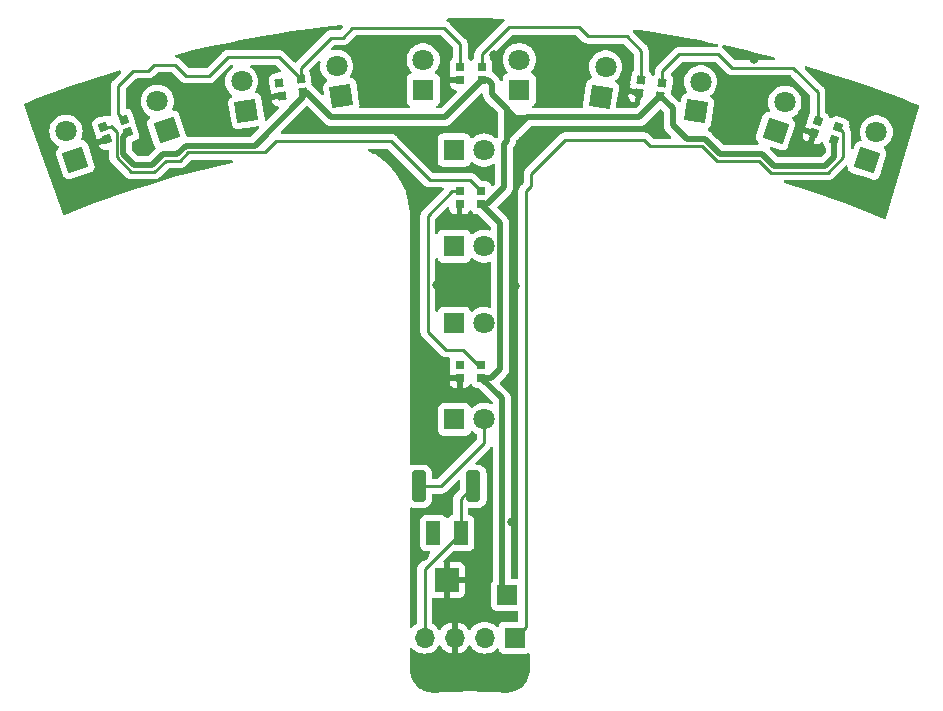
<source format=gbr>
%TF.GenerationSoftware,KiCad,Pcbnew,7.0.9*%
%TF.CreationDate,2024-12-17T15:03:34+09:00*%
%TF.ProjectId,line_side_robot2,6c696e65-5f73-4696-9465-5f726f626f74,rev?*%
%TF.SameCoordinates,Original*%
%TF.FileFunction,Copper,L1,Top*%
%TF.FilePolarity,Positive*%
%FSLAX46Y46*%
G04 Gerber Fmt 4.6, Leading zero omitted, Abs format (unit mm)*
G04 Created by KiCad (PCBNEW 7.0.9) date 2024-12-17 15:03:34*
%MOMM*%
%LPD*%
G01*
G04 APERTURE LIST*
G04 Aperture macros list*
%AMRoundRect*
0 Rectangle with rounded corners*
0 $1 Rounding radius*
0 $2 $3 $4 $5 $6 $7 $8 $9 X,Y pos of 4 corners*
0 Add a 4 corners polygon primitive as box body*
4,1,4,$2,$3,$4,$5,$6,$7,$8,$9,$2,$3,0*
0 Add four circle primitives for the rounded corners*
1,1,$1+$1,$2,$3*
1,1,$1+$1,$4,$5*
1,1,$1+$1,$6,$7*
1,1,$1+$1,$8,$9*
0 Add four rect primitives between the rounded corners*
20,1,$1+$1,$2,$3,$4,$5,0*
20,1,$1+$1,$4,$5,$6,$7,0*
20,1,$1+$1,$6,$7,$8,$9,0*
20,1,$1+$1,$8,$9,$2,$3,0*%
%AMRotRect*
0 Rectangle, with rotation*
0 The origin of the aperture is its center*
0 $1 length*
0 $2 width*
0 $3 Rotation angle, in degrees counterclockwise*
0 Add horizontal line*
21,1,$1,$2,0,0,$3*%
G04 Aperture macros list end*
%TA.AperFunction,ComponentPad*%
%ADD10R,1.700000X1.700000*%
%TD*%
%TA.AperFunction,ComponentPad*%
%ADD11R,1.800000X1.800000*%
%TD*%
%TA.AperFunction,ComponentPad*%
%ADD12C,1.800000*%
%TD*%
%TA.AperFunction,ComponentPad*%
%ADD13RotRect,1.800000X1.800000X108.000000*%
%TD*%
%TA.AperFunction,SMDPad,CuDef*%
%ADD14RotRect,0.700000X0.700000X351.000000*%
%TD*%
%TA.AperFunction,SMDPad,CuDef*%
%ADD15RotRect,0.700000X0.700000X342.000000*%
%TD*%
%TA.AperFunction,ComponentPad*%
%ADD16RotRect,1.800000X1.800000X99.000000*%
%TD*%
%TA.AperFunction,ComponentPad*%
%ADD17O,1.700000X1.700000*%
%TD*%
%TA.AperFunction,SMDPad,CuDef*%
%ADD18RotRect,0.700000X0.700000X9.000000*%
%TD*%
%TA.AperFunction,ComponentPad*%
%ADD19RotRect,1.800000X1.800000X72.000000*%
%TD*%
%TA.AperFunction,SMDPad,CuDef*%
%ADD20RoundRect,0.250000X0.362500X1.075000X-0.362500X1.075000X-0.362500X-1.075000X0.362500X-1.075000X0*%
%TD*%
%TA.AperFunction,SMDPad,CuDef*%
%ADD21RotRect,0.700000X0.700000X18.000000*%
%TD*%
%TA.AperFunction,SMDPad,CuDef*%
%ADD22R,1.300000X2.000000*%
%TD*%
%TA.AperFunction,SMDPad,CuDef*%
%ADD23R,2.000000X2.000000*%
%TD*%
%TA.AperFunction,SMDPad,CuDef*%
%ADD24R,0.700000X0.700000*%
%TD*%
%TA.AperFunction,ComponentPad*%
%ADD25RotRect,1.800000X1.800000X81.000000*%
%TD*%
%TA.AperFunction,ViaPad*%
%ADD26C,0.800000*%
%TD*%
%TA.AperFunction,Conductor*%
%ADD27C,0.250000*%
%TD*%
%TA.AperFunction,Conductor*%
%ADD28C,0.500000*%
%TD*%
G04 APERTURE END LIST*
D10*
%TO.P,J2,1,Pin_1*%
%TO.N,+5V*%
X184280000Y-77420000D03*
%TD*%
D11*
%TO.P,Q12,1,C*%
%TO.N,+3.3V*%
X179810000Y-47875000D03*
D12*
%TO.P,Q12,2,E*%
%TO.N,Net-(Q1-E)*%
X182350000Y-47875000D03*
%TD*%
D13*
%TO.P,Q1,1,C*%
%TO.N,+3.3V*%
X155464502Y-38024803D03*
D12*
%TO.P,Q1,2,E*%
%TO.N,Net-(Q1-E)*%
X154679599Y-35609119D03*
%TD*%
D11*
%TO.P,Q11,1,C*%
%TO.N,+3.3V*%
X179810000Y-54410000D03*
D12*
%TO.P,Q11,2,E*%
%TO.N,Net-(Q1-E)*%
X182350000Y-54410000D03*
%TD*%
D14*
%TO.P,D2,1,DOUT*%
%TO.N,Net-(D2-DOUT)*%
X195634431Y-33788168D03*
%TO.P,D2,2,GND*%
%TO.N,GND*%
X195462353Y-34874625D03*
%TO.P,D2,3,VDD*%
%TO.N,+5V*%
X197269823Y-35160900D03*
%TO.P,D2,4,DIN*%
%TO.N,Net-(D1-DOUT)*%
X197441901Y-34074443D03*
%TD*%
D11*
%TO.P,Q10,1,C*%
%TO.N,+3.3V*%
X179825000Y-62550000D03*
D12*
%TO.P,Q10,2,E*%
%TO.N,Net-(Q1-E)*%
X182365000Y-62550000D03*
%TD*%
D11*
%TO.P,Q4,1,C*%
%TO.N,+3.3V*%
X179795000Y-39735000D03*
D12*
%TO.P,Q4,2,E*%
%TO.N,Net-(Q1-E)*%
X182335000Y-39735000D03*
%TD*%
D11*
%TO.P,Q14,1,C*%
%TO.N,+3.3V*%
X185320000Y-34625000D03*
D12*
%TO.P,Q14,2,E*%
%TO.N,Net-(Q1-E)*%
X185320000Y-32085000D03*
%TD*%
D15*
%TO.P,D1,1,DOUT*%
%TO.N,Net-(D1-DOUT)*%
X210596593Y-37249548D03*
%TO.P,D1,2,GND*%
%TO.N,GND*%
X210256674Y-38295711D03*
%TO.P,D1,3,VDD*%
%TO.N,+5V*%
X211997107Y-38861212D03*
%TO.P,D1,4,DIN*%
%TO.N,/PWM*%
X212337026Y-37815049D03*
%TD*%
D16*
%TO.P,Q6,1,C*%
%TO.N,+3.3V*%
X170258466Y-35150062D03*
D12*
%TO.P,Q6,2,E*%
%TO.N,Net-(Q1-E)*%
X169861122Y-32641334D03*
%TD*%
D10*
%TO.P,J1,1,Pin_1*%
%TO.N,/PWM*%
X184930000Y-81025000D03*
D17*
%TO.P,J1,2,Pin_2*%
%TO.N,+3.3V*%
X182390000Y-81025000D03*
%TO.P,J1,3,Pin_3*%
%TO.N,GND*%
X179850000Y-81025000D03*
%TO.P,J1,4,Pin_4*%
%TO.N,/S*%
X177310000Y-81025000D03*
%TD*%
D18*
%TO.P,D4,1,DOUT*%
%TO.N,unconnected-(D4-DOUT-Pad1)*%
X165015513Y-34041593D03*
%TO.P,D4,2,GND*%
%TO.N,GND*%
X165187591Y-35128050D03*
%TO.P,D4,3,VDD*%
%TO.N,+5V*%
X166995061Y-34841775D03*
%TO.P,D4,4,DIN*%
%TO.N,Net-(D3-DOUT)*%
X166822983Y-33755318D03*
%TD*%
D19*
%TO.P,Q7,1,C*%
%TO.N,+3.3V*%
X214764863Y-40617452D03*
D12*
%TO.P,Q7,2,E*%
%TO.N,Net-(Q1-E)*%
X215549766Y-38201768D03*
%TD*%
D20*
%TO.P,R1,1*%
%TO.N,/S*%
X181437500Y-68200000D03*
%TO.P,R1,2*%
%TO.N,Net-(Q1-E)*%
X176812500Y-68200000D03*
%TD*%
D13*
%TO.P,Q9,1,C*%
%TO.N,+3.3V*%
X147727537Y-40554467D03*
D12*
%TO.P,Q9,2,E*%
%TO.N,Net-(Q1-E)*%
X146942634Y-38138783D03*
%TD*%
D21*
%TO.P,D6,1,DOUT*%
%TO.N,Net-(D4-DIN)*%
X150112696Y-37750159D03*
%TO.P,D6,2,GND*%
%TO.N,GND*%
X150452615Y-38796322D03*
%TO.P,D6,3,VDD*%
%TO.N,+5V*%
X152193048Y-38230821D03*
%TO.P,D6,4,DIN*%
%TO.N,Net-(D3-DOUT)*%
X151853129Y-37184658D03*
%TD*%
D11*
%TO.P,Q13,1,C*%
%TO.N,+3.3V*%
X177180000Y-34640000D03*
D12*
%TO.P,Q13,2,E*%
%TO.N,Net-(Q1-E)*%
X177180000Y-32100000D03*
%TD*%
D22*
%TO.P,RV1,1,1*%
%TO.N,unconnected-(RV1-Pad1)*%
X178050000Y-72150000D03*
D23*
%TO.P,RV1,2,2*%
%TO.N,GND*%
X179200000Y-76150000D03*
D22*
%TO.P,RV1,3,3*%
%TO.N,/S*%
X180350000Y-72150000D03*
%TD*%
D24*
%TO.P,D4,1,DOUT*%
%TO.N,Net-(D4-DOUT)*%
X180260000Y-43235000D03*
%TO.P,D4,2,GND*%
%TO.N,GND*%
X180260000Y-44335000D03*
%TO.P,D4,3,VDD*%
%TO.N,+5V*%
X182090000Y-44335000D03*
%TO.P,D4,4,DIN*%
%TO.N,Net-(D4-DIN)*%
X182090000Y-43235000D03*
%TD*%
D25*
%TO.P,Q2,1,C*%
%TO.N,+3.3V*%
X200278240Y-36462546D03*
D12*
%TO.P,Q2,2,E*%
%TO.N,Net-(Q1-E)*%
X200675584Y-33953818D03*
%TD*%
D25*
%TO.P,Q5,1,C*%
%TO.N,+3.3V*%
X192236110Y-35203984D03*
D12*
%TO.P,Q5,2,E*%
%TO.N,Net-(Q1-E)*%
X192633454Y-32695256D03*
%TD*%
D19*
%TO.P,Q8,1,C*%
%TO.N,+3.3V*%
X207018628Y-38116320D03*
D12*
%TO.P,Q8,2,E*%
%TO.N,Net-(Q1-E)*%
X207803531Y-35700636D03*
%TD*%
D24*
%TO.P,D5,1,DOUT*%
%TO.N,unconnected-(D5-DOUT-Pad1)*%
X180275000Y-57910000D03*
%TO.P,D5,2,GND*%
%TO.N,GND*%
X180275000Y-59010000D03*
%TO.P,D5,3,VDD*%
%TO.N,+5V*%
X182105000Y-59010000D03*
%TO.P,D5,4,DIN*%
%TO.N,Net-(D4-DOUT)*%
X182105000Y-57910000D03*
%TD*%
%TO.P,D3,1,DOUT*%
%TO.N,Net-(D3-DOUT)*%
X180315000Y-32710000D03*
%TO.P,D3,2,GND*%
%TO.N,GND*%
X180315000Y-33810000D03*
%TO.P,D3,3,VDD*%
%TO.N,+5V*%
X182145000Y-33810000D03*
%TO.P,D3,4,DIN*%
%TO.N,Net-(D2-DOUT)*%
X182145000Y-32710000D03*
%TD*%
D16*
%TO.P,Q3,1,C*%
%TO.N,+3.3V*%
X162221029Y-36438254D03*
D12*
%TO.P,Q3,2,E*%
%TO.N,Net-(Q1-E)*%
X161823685Y-33929526D03*
%TD*%
D26*
%TO.N,GND*%
X155194000Y-33655000D03*
X205232000Y-32004000D03*
X184700000Y-71250000D03*
X210950000Y-42900000D03*
X173625000Y-33475000D03*
X181675000Y-29450000D03*
X209275000Y-39775000D03*
X176950000Y-43800000D03*
X188800000Y-33650000D03*
X179200000Y-34900000D03*
X149175000Y-36150000D03*
X168325000Y-33950000D03*
X184925000Y-51250000D03*
X184325000Y-44875000D03*
X182100000Y-35700000D03*
X158625000Y-35575000D03*
X184475000Y-59250000D03*
X166650000Y-31225000D03*
X194125000Y-35775000D03*
X177175000Y-64925000D03*
X183150000Y-31650000D03*
X196977000Y-37325500D03*
X181475000Y-37625000D03*
X177225000Y-39475000D03*
X213125000Y-36325000D03*
X163725000Y-33125000D03*
X186182000Y-39878000D03*
X180075000Y-65250000D03*
X159100000Y-38150000D03*
X175808249Y-30486973D03*
X150575000Y-41910000D03*
X181150000Y-50975000D03*
X197300000Y-31100000D03*
X181625000Y-75025000D03*
X145850000Y-36050000D03*
X214425000Y-34925000D03*
X158575000Y-32025000D03*
X177225000Y-74100000D03*
X178375000Y-51175000D03*
X203625000Y-37475000D03*
X177500000Y-59400000D03*
%TD*%
D27*
%TO.N,Net-(D1-DOUT)*%
X203327000Y-32766000D02*
X202184000Y-31623000D01*
X208534000Y-32766000D02*
X203327000Y-32766000D01*
X210596593Y-37249548D02*
X210596593Y-34828593D01*
X197441901Y-33063099D02*
X197441901Y-34074443D01*
X202184000Y-31623000D02*
X198882000Y-31623000D01*
X198882000Y-31623000D02*
X197441901Y-33063099D01*
X210596593Y-34828593D02*
X208534000Y-32766000D01*
D28*
%TO.N,+5V*%
X167302775Y-34841775D02*
X169418000Y-36957000D01*
X211211828Y-41075000D02*
X211997107Y-40289721D01*
X184275000Y-38989000D02*
X184275000Y-36324000D01*
X182145000Y-33810000D02*
X182654000Y-33810000D01*
X205851776Y-40050000D02*
X206876776Y-41075000D01*
X184528500Y-36533500D02*
X184487500Y-36492500D01*
X185928000Y-37000000D02*
X185547000Y-37000000D01*
X166995061Y-34841775D02*
X167302775Y-34841775D01*
X157058960Y-39358868D02*
X162900960Y-39358868D01*
X202280172Y-40050000D02*
X205851776Y-40050000D01*
X184023000Y-39241000D02*
X184275000Y-38989000D01*
X211997107Y-40289721D02*
X211997107Y-38861212D01*
X185245000Y-37000000D02*
X184995000Y-37000000D01*
X184401500Y-37843500D02*
X184528500Y-37716500D01*
X184023000Y-42902000D02*
X184023000Y-39241000D01*
X198300000Y-36191077D02*
X198300000Y-37645000D01*
X185547000Y-37000000D02*
X185245000Y-37000000D01*
X184275000Y-38989000D02*
X184275000Y-38653000D01*
X183007000Y-34163000D02*
X183007000Y-35012000D01*
X184487500Y-36492500D02*
X184297000Y-36302000D01*
X184574000Y-38354000D02*
X184782500Y-38145500D01*
X183700000Y-58265000D02*
X182955000Y-59010000D01*
X185166000Y-37465000D02*
X184973000Y-37272000D01*
D27*
X182105000Y-59190000D02*
X182105000Y-59010000D01*
D28*
X156352828Y-40065000D02*
X157058960Y-39358868D01*
X155146826Y-40065000D02*
X156352828Y-40065000D01*
X182090000Y-44335000D02*
X183700000Y-45945000D01*
X184995000Y-37000000D02*
X184487500Y-36492500D01*
X184528500Y-37716500D02*
X184782500Y-37462500D01*
X169418000Y-36957000D02*
X178998000Y-36957000D01*
X182654000Y-33810000D02*
X183007000Y-34163000D01*
X154186826Y-41025000D02*
X155146826Y-40065000D01*
X184782500Y-37462500D02*
X184973000Y-37272000D01*
X184743000Y-38185000D02*
X185928000Y-37000000D01*
X184275000Y-38354000D02*
X184275000Y-37970000D01*
X183850000Y-60755000D02*
X182105000Y-59010000D01*
X166995061Y-35264767D02*
X166995061Y-34841775D01*
X185971000Y-36957000D02*
X185928000Y-37000000D01*
X199480000Y-38825000D02*
X201055172Y-38825000D01*
X184782500Y-38145500D02*
X184782500Y-37462500D01*
X183700000Y-45945000D02*
X183700000Y-58265000D01*
X183850000Y-76990000D02*
X183850000Y-60755000D01*
X201055172Y-38825000D02*
X202280172Y-40050000D01*
X162900960Y-39358868D02*
X166995061Y-35264767D01*
X151793641Y-40109469D02*
X152709172Y-41025000D01*
X184275000Y-38989000D02*
X184275000Y-38354000D01*
X183007000Y-35012000D02*
X184297000Y-36302000D01*
X184404000Y-37846000D02*
X184401500Y-37843500D01*
X184275000Y-38653000D02*
X184743000Y-38185000D01*
X182090000Y-44335000D02*
X182590000Y-44335000D01*
X182955000Y-59010000D02*
X182105000Y-59010000D01*
X184280000Y-77420000D02*
X183850000Y-76990000D01*
X152193048Y-38230821D02*
X151793641Y-38630228D01*
X178998000Y-36957000D02*
X182145000Y-33810000D01*
X185547000Y-37000000D02*
X185420000Y-37127000D01*
X197269823Y-35160900D02*
X195473723Y-36957000D01*
X184973000Y-37272000D02*
X185245000Y-37000000D01*
X184574000Y-38354000D02*
X184743000Y-38185000D01*
X198300000Y-37645000D02*
X199480000Y-38825000D01*
X184275000Y-36324000D02*
X184297000Y-36302000D01*
X197269823Y-35160900D02*
X198300000Y-36191077D01*
X206876776Y-41075000D02*
X211211828Y-41075000D01*
X184528500Y-37716500D02*
X184528500Y-36533500D01*
X182590000Y-44335000D02*
X184023000Y-42902000D01*
X197269823Y-35160900D02*
X197200580Y-35160900D01*
D27*
X182105000Y-59010000D02*
X182355000Y-59010000D01*
D28*
X184275000Y-37970000D02*
X184401500Y-37843500D01*
X184275000Y-38354000D02*
X184574000Y-38354000D01*
X195473723Y-36957000D02*
X185971000Y-36957000D01*
X152709172Y-41025000D02*
X154186826Y-41025000D01*
X151793641Y-38630228D02*
X151793641Y-40109469D01*
D27*
%TO.N,/PWM*%
X212763133Y-40336867D02*
X211450000Y-41650000D01*
X200817000Y-39400000D02*
X196388604Y-39400000D01*
X212763133Y-38241156D02*
X212763133Y-40336867D01*
X205613604Y-40625000D02*
X202042000Y-40625000D01*
X211450000Y-41650000D02*
X206638604Y-41650000D01*
X202042000Y-40625000D02*
X200817000Y-39400000D01*
X185875000Y-80080000D02*
X184930000Y-81025000D01*
X195850604Y-38862000D02*
X189230000Y-38862000D01*
X212337026Y-37815049D02*
X212763133Y-38241156D01*
X206638604Y-41650000D02*
X205613604Y-40625000D01*
X185875000Y-43233000D02*
X185875000Y-80080000D01*
X189230000Y-38862000D02*
X186309000Y-41783000D01*
X196388604Y-39400000D02*
X195850604Y-38862000D01*
X186309000Y-41783000D02*
X186309000Y-42799000D01*
X186309000Y-42799000D02*
X185875000Y-43233000D01*
%TO.N,Net-(D2-DOUT)*%
X190373000Y-29337000D02*
X184437695Y-29337000D01*
X182145000Y-31629695D02*
X182145000Y-32710000D01*
X195634431Y-33788168D02*
X195634431Y-31309431D01*
X194424000Y-30099000D02*
X191135000Y-30099000D01*
X195634431Y-31309431D02*
X194424000Y-30099000D01*
X184437695Y-29337000D02*
X182145000Y-31629695D01*
X191135000Y-30099000D02*
X190373000Y-29337000D01*
%TO.N,Net-(D3-DOUT)*%
X170375000Y-30225000D02*
X169375000Y-30225000D01*
X169375000Y-30225000D02*
X166822983Y-32777017D01*
X159075000Y-33450000D02*
X157100000Y-33450000D01*
X171188521Y-29411479D02*
X170375000Y-30225000D01*
X166822983Y-32777017D02*
X166822983Y-33755318D01*
X180315000Y-30765000D02*
X178961479Y-29411479D01*
X154432000Y-32512000D02*
X153924000Y-33020000D01*
X160625000Y-31900000D02*
X159075000Y-33450000D01*
X157100000Y-33450000D02*
X156162000Y-32512000D01*
X180315000Y-32710000D02*
X180315000Y-30765000D01*
X151384000Y-34290000D02*
X151384000Y-36715529D01*
X166822983Y-33755318D02*
X164967665Y-31900000D01*
X178961479Y-29411479D02*
X171188521Y-29411479D01*
X153924000Y-33020000D02*
X152654000Y-33020000D01*
X164967665Y-31900000D02*
X160625000Y-31900000D01*
X151384000Y-36715529D02*
X151853129Y-37184658D01*
X156162000Y-32512000D02*
X154432000Y-32512000D01*
X152654000Y-33020000D02*
X151384000Y-34290000D01*
%TO.N,Net-(D4-DOUT)*%
X179660000Y-43235000D02*
X177575000Y-45320000D01*
X179075000Y-56625000D02*
X180575000Y-56625000D01*
X181860000Y-57910000D02*
X182105000Y-57910000D01*
X177575000Y-45320000D02*
X177575000Y-55125000D01*
X180260000Y-43235000D02*
X179660000Y-43235000D01*
X177575000Y-55125000D02*
X179075000Y-56625000D01*
X180575000Y-56625000D02*
X181860000Y-57910000D01*
%TO.N,/S*%
X181437500Y-68200000D02*
X180350000Y-69287500D01*
X177310000Y-75190000D02*
X177310000Y-81025000D01*
X180350000Y-69287500D02*
X180350000Y-72150000D01*
X180350000Y-72150000D02*
X177310000Y-75190000D01*
%TO.N,Net-(Q1-E)*%
X178700000Y-68200000D02*
X182365000Y-64535000D01*
X176812500Y-68200000D02*
X178700000Y-68200000D01*
X182365000Y-64535000D02*
X182365000Y-62550000D01*
%TO.N,Net-(D4-DIN)*%
X163774132Y-39933868D02*
X164719000Y-38989000D01*
X151218641Y-38168641D02*
X151218641Y-40347641D01*
X181130000Y-42275000D02*
X182090000Y-43235000D01*
X150749841Y-37750159D02*
X150775000Y-37725000D01*
X154424999Y-41600000D02*
X155384999Y-40640000D01*
X174439000Y-38989000D02*
X177725000Y-42275000D01*
X155384999Y-40640000D02*
X156591000Y-40640000D01*
X164719000Y-38989000D02*
X174439000Y-38989000D01*
X157297132Y-39933868D02*
X163774132Y-39933868D01*
X177725000Y-42275000D02*
X181130000Y-42275000D01*
X156591000Y-40640000D02*
X157297132Y-39933868D01*
X150112696Y-37750159D02*
X150749841Y-37750159D01*
X150775000Y-37725000D02*
X151218641Y-38168641D01*
X152471000Y-41600000D02*
X154424999Y-41600000D01*
X151218641Y-40347641D02*
X152471000Y-41600000D01*
%TD*%
%TA.AperFunction,Conductor*%
%TO.N,GND*%
G36*
X180100000Y-82355633D02*
G01*
X180313483Y-82298433D01*
X180313492Y-82298429D01*
X180527578Y-82198600D01*
X180721082Y-82063105D01*
X180888105Y-81896082D01*
X181018119Y-81710405D01*
X181072696Y-81666781D01*
X181142195Y-81659588D01*
X181204549Y-81691110D01*
X181221269Y-81710405D01*
X181351505Y-81896401D01*
X181518599Y-82063495D01*
X181615384Y-82131265D01*
X181712165Y-82199032D01*
X181712167Y-82199033D01*
X181712170Y-82199035D01*
X181926337Y-82298903D01*
X182154592Y-82360063D01*
X182331034Y-82375500D01*
X182389999Y-82380659D01*
X182390000Y-82380659D01*
X182390001Y-82380659D01*
X182448966Y-82375500D01*
X182625408Y-82360063D01*
X182853663Y-82298903D01*
X183067830Y-82199035D01*
X183261401Y-82063495D01*
X183383329Y-81941566D01*
X183444648Y-81908084D01*
X183514340Y-81913068D01*
X183570274Y-81954939D01*
X183587189Y-81985917D01*
X183636202Y-82117328D01*
X183636206Y-82117335D01*
X183722452Y-82232544D01*
X183722455Y-82232547D01*
X183837664Y-82318793D01*
X183837671Y-82318797D01*
X183972517Y-82369091D01*
X183972516Y-82369091D01*
X183979444Y-82369835D01*
X184032127Y-82375500D01*
X185827872Y-82375499D01*
X185887483Y-82369091D01*
X186030641Y-82315697D01*
X186031117Y-82316974D01*
X186090326Y-82304091D01*
X186155791Y-82328504D01*
X186197666Y-82384435D01*
X186205487Y-82427776D01*
X186205487Y-83674146D01*
X186205364Y-83678047D01*
X186199505Y-83771002D01*
X186188643Y-83930077D01*
X186187684Y-83937498D01*
X186165362Y-84054313D01*
X186137746Y-84187434D01*
X186135993Y-84194036D01*
X186097658Y-84311806D01*
X186053633Y-84435896D01*
X186051280Y-84441610D01*
X185997547Y-84555576D01*
X185937760Y-84671185D01*
X185935003Y-84675978D01*
X185867508Y-84782107D01*
X185865880Y-84784539D01*
X185792100Y-84889285D01*
X185789136Y-84893160D01*
X185708551Y-84990338D01*
X185706189Y-84993025D01*
X185619116Y-85086488D01*
X185616131Y-85089482D01*
X185523898Y-85175854D01*
X185520715Y-85178637D01*
X185421743Y-85259399D01*
X185418906Y-85261580D01*
X185316659Y-85335616D01*
X185312598Y-85338320D01*
X185203259Y-85405063D01*
X185200725Y-85406528D01*
X185090375Y-85466934D01*
X185085412Y-85469370D01*
X184966151Y-85521444D01*
X184848880Y-85567598D01*
X184843025Y-85569572D01*
X184716320Y-85605365D01*
X184596304Y-85635893D01*
X184589603Y-85637210D01*
X184454945Y-85656042D01*
X184336919Y-85670657D01*
X184329455Y-85671127D01*
X184170803Y-85671540D01*
X184079864Y-85671298D01*
X184076778Y-85671289D01*
X184072879Y-85671157D01*
X183485746Y-85632572D01*
X182305782Y-85586105D01*
X181125005Y-85570612D01*
X179944228Y-85586105D01*
X178764264Y-85632572D01*
X178177053Y-85671162D01*
X178173153Y-85671295D01*
X178079954Y-85671545D01*
X177920549Y-85671134D01*
X177913083Y-85670664D01*
X177795043Y-85656047D01*
X177660409Y-85637219D01*
X177653707Y-85635902D01*
X177533661Y-85605367D01*
X177406984Y-85569582D01*
X177401129Y-85567608D01*
X177283829Y-85521442D01*
X177205859Y-85487399D01*
X177164589Y-85469379D01*
X177159632Y-85466946D01*
X177049273Y-85406535D01*
X177046740Y-85405070D01*
X176937407Y-85338332D01*
X176933346Y-85335628D01*
X176831088Y-85261583D01*
X176828252Y-85259402D01*
X176729284Y-85178646D01*
X176726101Y-85175863D01*
X176633861Y-85089485D01*
X176630875Y-85086491D01*
X176543800Y-84993025D01*
X176541438Y-84990339D01*
X176541437Y-84990338D01*
X176460846Y-84893152D01*
X176457900Y-84889300D01*
X176457889Y-84889285D01*
X176432700Y-84853523D01*
X176384126Y-84784560D01*
X176382512Y-84782151D01*
X176335210Y-84707773D01*
X176314984Y-84675969D01*
X176312232Y-84671185D01*
X176282012Y-84612750D01*
X176252465Y-84555616D01*
X176198713Y-84441610D01*
X176198700Y-84441583D01*
X176196353Y-84435882D01*
X176152346Y-84311838D01*
X176147360Y-84296521D01*
X176113996Y-84194022D01*
X176112245Y-84187426D01*
X176084634Y-84054326D01*
X176083604Y-84048939D01*
X176062305Y-83937481D01*
X176061353Y-83930108D01*
X176050364Y-83769046D01*
X176046598Y-83709292D01*
X176044646Y-83678294D01*
X176044523Y-83674395D01*
X176044523Y-81965515D01*
X176064208Y-81898476D01*
X176117012Y-81852721D01*
X176186170Y-81842777D01*
X176249726Y-81871802D01*
X176270098Y-81894392D01*
X176271505Y-81896401D01*
X176438599Y-82063495D01*
X176535384Y-82131265D01*
X176632165Y-82199032D01*
X176632167Y-82199033D01*
X176632170Y-82199035D01*
X176846337Y-82298903D01*
X177074592Y-82360063D01*
X177251034Y-82375500D01*
X177309999Y-82380659D01*
X177310000Y-82380659D01*
X177310001Y-82380659D01*
X177368966Y-82375500D01*
X177545408Y-82360063D01*
X177773663Y-82298903D01*
X177987830Y-82199035D01*
X178181401Y-82063495D01*
X178348495Y-81896401D01*
X178478730Y-81710405D01*
X178533307Y-81666781D01*
X178602805Y-81659587D01*
X178665160Y-81691110D01*
X178681879Y-81710405D01*
X178811890Y-81896078D01*
X178978917Y-82063105D01*
X179172421Y-82198600D01*
X179386507Y-82298429D01*
X179386516Y-82298433D01*
X179600000Y-82355634D01*
X179600000Y-81460501D01*
X179707685Y-81509680D01*
X179814237Y-81525000D01*
X179885763Y-81525000D01*
X179992315Y-81509680D01*
X180100000Y-81460501D01*
X180100000Y-82355633D01*
G37*
%TD.AperFunction*%
%TA.AperFunction,Conductor*%
G36*
X183061915Y-64889373D02*
G01*
X183096276Y-64950210D01*
X183099500Y-64978302D01*
X183099500Y-76135054D01*
X183079815Y-76202093D01*
X183074766Y-76209365D01*
X182986206Y-76327664D01*
X182986202Y-76327671D01*
X182935908Y-76462517D01*
X182929501Y-76522116D01*
X182929500Y-76522135D01*
X182929500Y-78317870D01*
X182929501Y-78317876D01*
X182935908Y-78377483D01*
X182986202Y-78512328D01*
X182986206Y-78512335D01*
X183072452Y-78627544D01*
X183072455Y-78627547D01*
X183187664Y-78713793D01*
X183187671Y-78713797D01*
X183322517Y-78764091D01*
X183322516Y-78764091D01*
X183329444Y-78764835D01*
X183382127Y-78770500D01*
X185125500Y-78770499D01*
X185192539Y-78790184D01*
X185238294Y-78842987D01*
X185249500Y-78894499D01*
X185249500Y-79550500D01*
X185229815Y-79617539D01*
X185177011Y-79663294D01*
X185125500Y-79674500D01*
X184032129Y-79674500D01*
X184032123Y-79674501D01*
X183972516Y-79680908D01*
X183837671Y-79731202D01*
X183837664Y-79731206D01*
X183722455Y-79817452D01*
X183722452Y-79817455D01*
X183636206Y-79932664D01*
X183636203Y-79932669D01*
X183587189Y-80064083D01*
X183545317Y-80120016D01*
X183479853Y-80144433D01*
X183411580Y-80129581D01*
X183383326Y-80108430D01*
X183261402Y-79986506D01*
X183261395Y-79986501D01*
X183067834Y-79850967D01*
X183067830Y-79850965D01*
X183015500Y-79826563D01*
X182853663Y-79751097D01*
X182853659Y-79751096D01*
X182853655Y-79751094D01*
X182625413Y-79689938D01*
X182625403Y-79689936D01*
X182390001Y-79669341D01*
X182389999Y-79669341D01*
X182154596Y-79689936D01*
X182154586Y-79689938D01*
X181926344Y-79751094D01*
X181926335Y-79751098D01*
X181712171Y-79850964D01*
X181712169Y-79850965D01*
X181518597Y-79986505D01*
X181351508Y-80153594D01*
X181221269Y-80339595D01*
X181166692Y-80383219D01*
X181097193Y-80390412D01*
X181034839Y-80358890D01*
X181018119Y-80339594D01*
X180888113Y-80153926D01*
X180888108Y-80153920D01*
X180721082Y-79986894D01*
X180527578Y-79851399D01*
X180313492Y-79751570D01*
X180313486Y-79751567D01*
X180100000Y-79694364D01*
X180100000Y-80589498D01*
X179992315Y-80540320D01*
X179885763Y-80525000D01*
X179814237Y-80525000D01*
X179707685Y-80540320D01*
X179600000Y-80589498D01*
X179600000Y-79694364D01*
X179599999Y-79694364D01*
X179386513Y-79751567D01*
X179386507Y-79751570D01*
X179172422Y-79851399D01*
X179172420Y-79851400D01*
X178978926Y-79986886D01*
X178978920Y-79986891D01*
X178811891Y-80153920D01*
X178811890Y-80153922D01*
X178681880Y-80339595D01*
X178627303Y-80383219D01*
X178557804Y-80390412D01*
X178495450Y-80358890D01*
X178478730Y-80339594D01*
X178348494Y-80153597D01*
X178181402Y-79986506D01*
X178181401Y-79986505D01*
X178048093Y-79893161D01*
X177988376Y-79851347D01*
X177944751Y-79796770D01*
X177935500Y-79749772D01*
X177935500Y-77763185D01*
X177955185Y-77696146D01*
X178007989Y-77650391D01*
X178077147Y-77640447D01*
X178088019Y-77642509D01*
X178092630Y-77643598D01*
X178152155Y-77649999D01*
X178152172Y-77650000D01*
X178950000Y-77650000D01*
X178950000Y-76400000D01*
X179450000Y-76400000D01*
X179450000Y-77650000D01*
X180247828Y-77650000D01*
X180247844Y-77649999D01*
X180307372Y-77643598D01*
X180307379Y-77643596D01*
X180442086Y-77593354D01*
X180442093Y-77593350D01*
X180557187Y-77507190D01*
X180557190Y-77507187D01*
X180643350Y-77392093D01*
X180643354Y-77392086D01*
X180693596Y-77257379D01*
X180693598Y-77257372D01*
X180699999Y-77197844D01*
X180700000Y-77197827D01*
X180700000Y-76400000D01*
X179450000Y-76400000D01*
X178950000Y-76400000D01*
X178950000Y-74650000D01*
X179450000Y-74650000D01*
X179450000Y-75900000D01*
X180700000Y-75900000D01*
X180700000Y-75102172D01*
X180699999Y-75102155D01*
X180693598Y-75042627D01*
X180693596Y-75042620D01*
X180643354Y-74907913D01*
X180643350Y-74907906D01*
X180557190Y-74792812D01*
X180557187Y-74792809D01*
X180442093Y-74706649D01*
X180442086Y-74706645D01*
X180307379Y-74656403D01*
X180307372Y-74656401D01*
X180247844Y-74650000D01*
X179450000Y-74650000D01*
X178950000Y-74650000D01*
X178929975Y-74629975D01*
X178896490Y-74568652D01*
X178901474Y-74498960D01*
X178929972Y-74454617D01*
X179697771Y-73686817D01*
X179759094Y-73653333D01*
X179785452Y-73650499D01*
X181047871Y-73650499D01*
X181047872Y-73650499D01*
X181107483Y-73644091D01*
X181242331Y-73593796D01*
X181357546Y-73507546D01*
X181443796Y-73392331D01*
X181494091Y-73257483D01*
X181500500Y-73197873D01*
X181500499Y-71102128D01*
X181494091Y-71042517D01*
X181443796Y-70907669D01*
X181443795Y-70907668D01*
X181443793Y-70907664D01*
X181357547Y-70792455D01*
X181357544Y-70792452D01*
X181242335Y-70706206D01*
X181242328Y-70706202D01*
X181107483Y-70655908D01*
X181086243Y-70653625D01*
X181021692Y-70626886D01*
X180981845Y-70569493D01*
X180975500Y-70530336D01*
X180975500Y-70149499D01*
X180995185Y-70082460D01*
X181047989Y-70036705D01*
X181099495Y-70025499D01*
X181850008Y-70025499D01*
X181850016Y-70025498D01*
X181850019Y-70025498D01*
X181906302Y-70019748D01*
X181952797Y-70014999D01*
X182119334Y-69959814D01*
X182268656Y-69867712D01*
X182392712Y-69743656D01*
X182484814Y-69594334D01*
X182539999Y-69427797D01*
X182550500Y-69325009D01*
X182550499Y-67074992D01*
X182539999Y-66972203D01*
X182484814Y-66805666D01*
X182392712Y-66656344D01*
X182268656Y-66532288D01*
X182119334Y-66440186D01*
X181952797Y-66385001D01*
X181952795Y-66385000D01*
X181850016Y-66374500D01*
X181850009Y-66374500D01*
X181709451Y-66374500D01*
X181642412Y-66354815D01*
X181596657Y-66302011D01*
X181586713Y-66232853D01*
X181615738Y-66169297D01*
X181621770Y-66162819D01*
X182748786Y-65035802D01*
X182761048Y-65025980D01*
X182760865Y-65025759D01*
X182766867Y-65020792D01*
X182766877Y-65020786D01*
X182814241Y-64970348D01*
X182835120Y-64949470D01*
X182839373Y-64943986D01*
X182843150Y-64939563D01*
X182875062Y-64905582D01*
X182875066Y-64905573D01*
X182875178Y-64905422D01*
X182875303Y-64905325D01*
X182880405Y-64899893D01*
X182881280Y-64900715D01*
X182930506Y-64862753D01*
X183000119Y-64856770D01*
X183061915Y-64889373D01*
G37*
%TD.AperFunction*%
%TA.AperFunction,Conductor*%
G36*
X180243834Y-67643269D02*
G01*
X180299767Y-67685141D01*
X180324184Y-67750605D01*
X180324500Y-67759451D01*
X180324500Y-68377046D01*
X180304815Y-68444085D01*
X180288181Y-68464727D01*
X179966208Y-68786699D01*
X179953951Y-68796520D01*
X179954134Y-68796741D01*
X179948123Y-68801713D01*
X179900772Y-68852136D01*
X179879889Y-68873019D01*
X179879877Y-68873032D01*
X179875621Y-68878517D01*
X179871837Y-68882947D01*
X179839937Y-68916918D01*
X179839936Y-68916920D01*
X179830284Y-68934476D01*
X179819610Y-68950726D01*
X179807329Y-68966561D01*
X179807324Y-68966568D01*
X179788815Y-69009338D01*
X179786245Y-69014584D01*
X179763803Y-69055406D01*
X179758822Y-69074807D01*
X179752521Y-69093210D01*
X179744562Y-69111602D01*
X179744561Y-69111605D01*
X179737271Y-69157627D01*
X179736087Y-69163346D01*
X179724501Y-69208472D01*
X179724500Y-69208482D01*
X179724500Y-69228516D01*
X179722973Y-69247915D01*
X179719840Y-69267694D01*
X179719840Y-69267695D01*
X179724225Y-69314083D01*
X179724500Y-69319921D01*
X179724500Y-70530336D01*
X179704815Y-70597375D01*
X179652011Y-70643130D01*
X179613754Y-70653626D01*
X179592516Y-70655909D01*
X179457671Y-70706202D01*
X179457664Y-70706206D01*
X179342455Y-70792452D01*
X179299266Y-70850145D01*
X179243332Y-70892015D01*
X179173640Y-70896999D01*
X179112317Y-70863513D01*
X179100734Y-70850145D01*
X179079376Y-70821615D01*
X179057546Y-70792454D01*
X179057544Y-70792453D01*
X179057544Y-70792452D01*
X178942335Y-70706206D01*
X178942328Y-70706202D01*
X178807482Y-70655908D01*
X178807483Y-70655908D01*
X178747883Y-70649501D01*
X178747881Y-70649500D01*
X178747873Y-70649500D01*
X178747864Y-70649500D01*
X177352129Y-70649500D01*
X177352123Y-70649501D01*
X177292516Y-70655908D01*
X177157671Y-70706202D01*
X177157664Y-70706206D01*
X177042455Y-70792452D01*
X177042452Y-70792455D01*
X176956206Y-70907664D01*
X176956202Y-70907671D01*
X176905908Y-71042517D01*
X176899501Y-71102116D01*
X176899501Y-71102123D01*
X176899500Y-71102135D01*
X176899500Y-73197870D01*
X176899501Y-73197876D01*
X176905908Y-73257483D01*
X176956202Y-73392328D01*
X176956206Y-73392335D01*
X177042452Y-73507544D01*
X177042455Y-73507547D01*
X177157664Y-73593793D01*
X177157671Y-73593797D01*
X177202618Y-73610561D01*
X177292517Y-73644091D01*
X177352127Y-73650500D01*
X177665547Y-73650499D01*
X177732585Y-73670183D01*
X177778340Y-73722987D01*
X177788284Y-73792146D01*
X177759259Y-73855701D01*
X177753227Y-73862180D01*
X176926208Y-74689199D01*
X176913951Y-74699020D01*
X176914134Y-74699241D01*
X176908123Y-74704213D01*
X176860772Y-74754636D01*
X176839889Y-74775519D01*
X176839877Y-74775532D01*
X176835621Y-74781017D01*
X176831837Y-74785447D01*
X176799937Y-74819418D01*
X176799936Y-74819420D01*
X176790284Y-74836976D01*
X176779610Y-74853226D01*
X176767329Y-74869061D01*
X176767324Y-74869068D01*
X176748815Y-74911838D01*
X176746245Y-74917084D01*
X176723803Y-74957906D01*
X176718822Y-74977307D01*
X176712521Y-74995710D01*
X176704562Y-75014102D01*
X176704561Y-75014105D01*
X176697271Y-75060127D01*
X176696087Y-75065846D01*
X176684501Y-75110972D01*
X176684500Y-75110982D01*
X176684500Y-75131016D01*
X176682973Y-75150415D01*
X176679840Y-75170194D01*
X176679840Y-75170195D01*
X176684225Y-75216583D01*
X176684500Y-75222421D01*
X176684500Y-79749773D01*
X176664815Y-79816812D01*
X176631623Y-79851348D01*
X176438597Y-79986505D01*
X176271505Y-80153597D01*
X176270094Y-80155613D01*
X176269244Y-80156292D01*
X176268026Y-80157744D01*
X176267734Y-80157499D01*
X176215514Y-80199235D01*
X176146015Y-80206424D01*
X176083663Y-80174898D01*
X176048252Y-80114666D01*
X176044523Y-80084484D01*
X176044523Y-70102989D01*
X176064208Y-70035950D01*
X176117012Y-69990195D01*
X176186170Y-69980251D01*
X176207524Y-69985282D01*
X176297203Y-70014999D01*
X176399991Y-70025500D01*
X177225008Y-70025499D01*
X177225016Y-70025498D01*
X177225019Y-70025498D01*
X177281302Y-70019748D01*
X177327797Y-70014999D01*
X177494334Y-69959814D01*
X177643656Y-69867712D01*
X177767712Y-69743656D01*
X177859814Y-69594334D01*
X177914999Y-69427797D01*
X177925500Y-69325009D01*
X177925500Y-68949500D01*
X177945185Y-68882461D01*
X177997989Y-68836706D01*
X178049500Y-68825500D01*
X178617257Y-68825500D01*
X178632877Y-68827224D01*
X178632904Y-68826939D01*
X178640660Y-68827671D01*
X178640667Y-68827673D01*
X178709814Y-68825500D01*
X178739350Y-68825500D01*
X178746228Y-68824630D01*
X178752041Y-68824172D01*
X178798627Y-68822709D01*
X178817869Y-68817117D01*
X178836912Y-68813174D01*
X178856792Y-68810664D01*
X178900122Y-68793507D01*
X178905646Y-68791617D01*
X178909396Y-68790527D01*
X178950390Y-68778618D01*
X178967629Y-68768422D01*
X178985103Y-68759862D01*
X179003727Y-68752488D01*
X179003727Y-68752487D01*
X179003732Y-68752486D01*
X179041449Y-68725082D01*
X179046305Y-68721892D01*
X179086420Y-68698170D01*
X179100589Y-68683999D01*
X179115379Y-68671368D01*
X179131587Y-68659594D01*
X179161299Y-68623676D01*
X179165212Y-68619376D01*
X180112819Y-67671770D01*
X180174142Y-67638285D01*
X180243834Y-67643269D01*
G37*
%TD.AperFunction*%
%TA.AperFunction,Conductor*%
G36*
X197313157Y-36281447D02*
G01*
X197357504Y-36309948D01*
X197513181Y-36465625D01*
X197546666Y-36526948D01*
X197549500Y-36553306D01*
X197549500Y-37581294D01*
X197548191Y-37599263D01*
X197544710Y-37623025D01*
X197547734Y-37657576D01*
X197549193Y-37674259D01*
X197549264Y-37675064D01*
X197549500Y-37680470D01*
X197549500Y-37688709D01*
X197553306Y-37721274D01*
X197560000Y-37797791D01*
X197561461Y-37804867D01*
X197561403Y-37804878D01*
X197563034Y-37812237D01*
X197563092Y-37812224D01*
X197564757Y-37819250D01*
X197591025Y-37891424D01*
X197615185Y-37964331D01*
X197618236Y-37970874D01*
X197618182Y-37970898D01*
X197621470Y-37977688D01*
X197621521Y-37977663D01*
X197624761Y-37984113D01*
X197624762Y-37984114D01*
X197624763Y-37984117D01*
X197658559Y-38035502D01*
X197666965Y-38048283D01*
X197707287Y-38113655D01*
X197711766Y-38119319D01*
X197711719Y-38119356D01*
X197716482Y-38125202D01*
X197716528Y-38125164D01*
X197721173Y-38130700D01*
X197777017Y-38183385D01*
X198156451Y-38562819D01*
X198189936Y-38624142D01*
X198184952Y-38693833D01*
X198143081Y-38749767D01*
X198077616Y-38774184D01*
X198068770Y-38774500D01*
X196699056Y-38774500D01*
X196632017Y-38754815D01*
X196611375Y-38738181D01*
X196493426Y-38620232D01*
X196351407Y-38478212D01*
X196341584Y-38465950D01*
X196341363Y-38466134D01*
X196336390Y-38460123D01*
X196332234Y-38456220D01*
X196285968Y-38412773D01*
X196271017Y-38397822D01*
X196265079Y-38391883D01*
X196259590Y-38387625D01*
X196255165Y-38383847D01*
X196221186Y-38351938D01*
X196221184Y-38351936D01*
X196221181Y-38351935D01*
X196203633Y-38342288D01*
X196187367Y-38331604D01*
X196185761Y-38330358D01*
X196171540Y-38319327D01*
X196171539Y-38319326D01*
X196171537Y-38319325D01*
X196128772Y-38300818D01*
X196123526Y-38298248D01*
X196082697Y-38275803D01*
X196082696Y-38275802D01*
X196063297Y-38270822D01*
X196044885Y-38264518D01*
X196026502Y-38256562D01*
X196026496Y-38256560D01*
X195980478Y-38249272D01*
X195974756Y-38248087D01*
X195929625Y-38236500D01*
X195929623Y-38236500D01*
X195909588Y-38236500D01*
X195890190Y-38234973D01*
X195882766Y-38233797D01*
X195870409Y-38231840D01*
X195870408Y-38231840D01*
X195824020Y-38236225D01*
X195818182Y-38236500D01*
X189312743Y-38236500D01*
X189297122Y-38234775D01*
X189297096Y-38235061D01*
X189289334Y-38234327D01*
X189289333Y-38234327D01*
X189220186Y-38236500D01*
X189190649Y-38236500D01*
X189183766Y-38237369D01*
X189177949Y-38237826D01*
X189131373Y-38239290D01*
X189112129Y-38244881D01*
X189093079Y-38248825D01*
X189073211Y-38251334D01*
X189029884Y-38268488D01*
X189024358Y-38270379D01*
X188979614Y-38283379D01*
X188979610Y-38283381D01*
X188962366Y-38293579D01*
X188944905Y-38302133D01*
X188926274Y-38309510D01*
X188926262Y-38309517D01*
X188888570Y-38336902D01*
X188883687Y-38340109D01*
X188843580Y-38363829D01*
X188829414Y-38377995D01*
X188814624Y-38390627D01*
X188798414Y-38402404D01*
X188798411Y-38402407D01*
X188768710Y-38438309D01*
X188764777Y-38442631D01*
X185925208Y-41282199D01*
X185912951Y-41292020D01*
X185913134Y-41292241D01*
X185907123Y-41297213D01*
X185859772Y-41347636D01*
X185838889Y-41368519D01*
X185838877Y-41368532D01*
X185834621Y-41374017D01*
X185830837Y-41378447D01*
X185798937Y-41412418D01*
X185798936Y-41412420D01*
X185789284Y-41429976D01*
X185778610Y-41446226D01*
X185766329Y-41462061D01*
X185766324Y-41462068D01*
X185747815Y-41504838D01*
X185745245Y-41510084D01*
X185722803Y-41550906D01*
X185717822Y-41570307D01*
X185711521Y-41588710D01*
X185703562Y-41607102D01*
X185703561Y-41607105D01*
X185696271Y-41653127D01*
X185695087Y-41658846D01*
X185683501Y-41703972D01*
X185683500Y-41703982D01*
X185683500Y-41724016D01*
X185681973Y-41743413D01*
X185678840Y-41763196D01*
X185679005Y-41764938D01*
X185683225Y-41809583D01*
X185683500Y-41815421D01*
X185683500Y-42488547D01*
X185663815Y-42555586D01*
X185647185Y-42576223D01*
X185564625Y-42658784D01*
X185491211Y-42732198D01*
X185478948Y-42742023D01*
X185479131Y-42742244D01*
X185473121Y-42747215D01*
X185425772Y-42797636D01*
X185404889Y-42818519D01*
X185404877Y-42818532D01*
X185400621Y-42824017D01*
X185396837Y-42828447D01*
X185364937Y-42862418D01*
X185364936Y-42862420D01*
X185355284Y-42879976D01*
X185344610Y-42896226D01*
X185332329Y-42912061D01*
X185332324Y-42912068D01*
X185313815Y-42954838D01*
X185311245Y-42960084D01*
X185288803Y-43000906D01*
X185283822Y-43020307D01*
X185277521Y-43038710D01*
X185269562Y-43057102D01*
X185269561Y-43057105D01*
X185262271Y-43103127D01*
X185261087Y-43108846D01*
X185249501Y-43153972D01*
X185249500Y-43153982D01*
X185249500Y-43174016D01*
X185247973Y-43193413D01*
X185244840Y-43213196D01*
X185246840Y-43234348D01*
X185249225Y-43259583D01*
X185249500Y-43265421D01*
X185249500Y-75945500D01*
X185229815Y-76012539D01*
X185177011Y-76058294D01*
X185125500Y-76069500D01*
X184724500Y-76069500D01*
X184657461Y-76049815D01*
X184611706Y-75997011D01*
X184600500Y-75945500D01*
X184600500Y-60818705D01*
X184601809Y-60800735D01*
X184602129Y-60798547D01*
X184605289Y-60776977D01*
X184600735Y-60724931D01*
X184600500Y-60719528D01*
X184600500Y-60711297D01*
X184600500Y-60711291D01*
X184596693Y-60678724D01*
X184589999Y-60602203D01*
X184589999Y-60602201D01*
X184588539Y-60595129D01*
X184588597Y-60595116D01*
X184586965Y-60587757D01*
X184586906Y-60587772D01*
X184585242Y-60580753D01*
X184585241Y-60580745D01*
X184558974Y-60508576D01*
X184534814Y-60435666D01*
X184534809Y-60435659D01*
X184531760Y-60429118D01*
X184531815Y-60429091D01*
X184528533Y-60422313D01*
X184528480Y-60422340D01*
X184525235Y-60415880D01*
X184483028Y-60351708D01*
X184442710Y-60286342D01*
X184438234Y-60280682D01*
X184438281Y-60280644D01*
X184433519Y-60274799D01*
X184433474Y-60274838D01*
X184428834Y-60269309D01*
X184428832Y-60269307D01*
X184428830Y-60269304D01*
X184398061Y-60240275D01*
X184372965Y-60216597D01*
X183679047Y-59522680D01*
X183645562Y-59461357D01*
X183650546Y-59391666D01*
X183679043Y-59347323D01*
X184185641Y-58840724D01*
X184199260Y-58828954D01*
X184218530Y-58814610D01*
X184252123Y-58774574D01*
X184255757Y-58770608D01*
X184261590Y-58764777D01*
X184281927Y-58739055D01*
X184331302Y-58680214D01*
X184331304Y-58680209D01*
X184335272Y-58674179D01*
X184335323Y-58674212D01*
X184339372Y-58667856D01*
X184339320Y-58667824D01*
X184343112Y-58661675D01*
X184375575Y-58592058D01*
X184410036Y-58523440D01*
X184410040Y-58523433D01*
X184410042Y-58523421D01*
X184412509Y-58516646D01*
X184412567Y-58516667D01*
X184415043Y-58509546D01*
X184414986Y-58509527D01*
X184417255Y-58502678D01*
X184417255Y-58502676D01*
X184417257Y-58502673D01*
X184432788Y-58427449D01*
X184450500Y-58352721D01*
X184450500Y-58352718D01*
X184451339Y-58345548D01*
X184451397Y-58345554D01*
X184452164Y-58338056D01*
X184452104Y-58338051D01*
X184452733Y-58330860D01*
X184450500Y-58254103D01*
X184450500Y-46008705D01*
X184451809Y-45990735D01*
X184452129Y-45988547D01*
X184455289Y-45966977D01*
X184450735Y-45914931D01*
X184450500Y-45909528D01*
X184450500Y-45901297D01*
X184450500Y-45901291D01*
X184446693Y-45868724D01*
X184439999Y-45792203D01*
X184439999Y-45792201D01*
X184438539Y-45785129D01*
X184438597Y-45785116D01*
X184436965Y-45777757D01*
X184436906Y-45777772D01*
X184435242Y-45770753D01*
X184435241Y-45770745D01*
X184408974Y-45698576D01*
X184384814Y-45625666D01*
X184384809Y-45625659D01*
X184381760Y-45619118D01*
X184381815Y-45619091D01*
X184378533Y-45612313D01*
X184378480Y-45612340D01*
X184375235Y-45605880D01*
X184333028Y-45541708D01*
X184292710Y-45476342D01*
X184288234Y-45470682D01*
X184288281Y-45470644D01*
X184283519Y-45464799D01*
X184283474Y-45464838D01*
X184278834Y-45459309D01*
X184278832Y-45459307D01*
X184278830Y-45459304D01*
X184248061Y-45430275D01*
X184222965Y-45406597D01*
X183489048Y-44672680D01*
X183455563Y-44611357D01*
X183460547Y-44541665D01*
X183489046Y-44497320D01*
X184508642Y-43477724D01*
X184522271Y-43465947D01*
X184541530Y-43451610D01*
X184575101Y-43411601D01*
X184578761Y-43407606D01*
X184584590Y-43401778D01*
X184604941Y-43376039D01*
X184610948Y-43368879D01*
X184654302Y-43317214D01*
X184654306Y-43317205D01*
X184658274Y-43311175D01*
X184658325Y-43311208D01*
X184662372Y-43304856D01*
X184662320Y-43304824D01*
X184666112Y-43298675D01*
X184698575Y-43229058D01*
X184733036Y-43160440D01*
X184733040Y-43160433D01*
X184733042Y-43160421D01*
X184735509Y-43153646D01*
X184735567Y-43153667D01*
X184738043Y-43146546D01*
X184737986Y-43146528D01*
X184740257Y-43139673D01*
X184755792Y-43064434D01*
X184763688Y-43031119D01*
X184773500Y-42989721D01*
X184773500Y-42989710D01*
X184774338Y-42982548D01*
X184774398Y-42982555D01*
X184775164Y-42975055D01*
X184775105Y-42975050D01*
X184775734Y-42967860D01*
X184774515Y-42925982D01*
X184773500Y-42891083D01*
X184773500Y-39607612D01*
X184793185Y-39540573D01*
X184802500Y-39527918D01*
X184827117Y-39498580D01*
X184830751Y-39494615D01*
X184836591Y-39488777D01*
X184856940Y-39463040D01*
X184906302Y-39404214D01*
X184906306Y-39404205D01*
X184910274Y-39398175D01*
X184910325Y-39398208D01*
X184914372Y-39391856D01*
X184914320Y-39391824D01*
X184918112Y-39385675D01*
X184950575Y-39316058D01*
X184985036Y-39247440D01*
X184985040Y-39247433D01*
X184985042Y-39247421D01*
X184987509Y-39240646D01*
X184987567Y-39240667D01*
X184990043Y-39233546D01*
X184989986Y-39233528D01*
X184992257Y-39226673D01*
X185007792Y-39151434D01*
X185019721Y-39101102D01*
X185025500Y-39076721D01*
X185025500Y-39076710D01*
X185026338Y-39069548D01*
X185026398Y-39069555D01*
X185027164Y-39062055D01*
X185027105Y-39062050D01*
X185027734Y-39054853D01*
X185026740Y-39020688D01*
X185044465Y-38953104D01*
X185060493Y-38931985D01*
X185068560Y-38923435D01*
X185112385Y-38876982D01*
X185268148Y-38721218D01*
X185281771Y-38709447D01*
X185301030Y-38695110D01*
X185334612Y-38655086D01*
X185338252Y-38651114D01*
X186245549Y-37743819D01*
X186306872Y-37710334D01*
X186333230Y-37707500D01*
X195410018Y-37707500D01*
X195427988Y-37708809D01*
X195451746Y-37712289D01*
X195503791Y-37707735D01*
X195509193Y-37707500D01*
X195517427Y-37707500D01*
X195517432Y-37707500D01*
X195539605Y-37704908D01*
X195549999Y-37703693D01*
X195562751Y-37702577D01*
X195626520Y-37696999D01*
X195626528Y-37696996D01*
X195633589Y-37695539D01*
X195633601Y-37695598D01*
X195640966Y-37693965D01*
X195640952Y-37693906D01*
X195647969Y-37692241D01*
X195647978Y-37692241D01*
X195720146Y-37665974D01*
X195793057Y-37641814D01*
X195793066Y-37641807D01*
X195799605Y-37638760D01*
X195799631Y-37638816D01*
X195806413Y-37635532D01*
X195806386Y-37635478D01*
X195812829Y-37632240D01*
X195812840Y-37632237D01*
X195877006Y-37590034D01*
X195942379Y-37549712D01*
X195942385Y-37549705D01*
X195948048Y-37545229D01*
X195948086Y-37545277D01*
X195953923Y-37540522D01*
X195953884Y-37540475D01*
X195959419Y-37535830D01*
X196012108Y-37479983D01*
X197182142Y-36309948D01*
X197243465Y-36276463D01*
X197313157Y-36281447D01*
G37*
%TD.AperFunction*%
%TA.AperFunction,Conductor*%
G36*
X174195587Y-39634185D02*
G01*
X174216229Y-39650819D01*
X177224194Y-42658784D01*
X177234019Y-42671048D01*
X177234240Y-42670866D01*
X177239210Y-42676873D01*
X177239213Y-42676876D01*
X177239214Y-42676877D01*
X177289651Y-42724241D01*
X177310530Y-42745120D01*
X177316004Y-42749366D01*
X177320442Y-42753156D01*
X177354418Y-42785062D01*
X177371973Y-42794713D01*
X177388231Y-42805392D01*
X177404064Y-42817674D01*
X177418723Y-42824017D01*
X177446837Y-42836183D01*
X177452081Y-42838752D01*
X177492908Y-42861197D01*
X177512312Y-42866179D01*
X177530710Y-42872478D01*
X177549105Y-42880438D01*
X177595129Y-42887726D01*
X177600832Y-42888907D01*
X177645981Y-42900500D01*
X177666016Y-42900500D01*
X177685413Y-42902026D01*
X177705196Y-42905160D01*
X177751584Y-42900775D01*
X177757422Y-42900500D01*
X178810547Y-42900500D01*
X178877586Y-42920185D01*
X178923341Y-42972989D01*
X178933285Y-43042147D01*
X178904260Y-43105703D01*
X178898228Y-43112181D01*
X177191208Y-44819199D01*
X177178951Y-44829020D01*
X177179134Y-44829241D01*
X177173123Y-44834213D01*
X177125772Y-44884636D01*
X177104889Y-44905519D01*
X177104877Y-44905532D01*
X177100621Y-44911017D01*
X177096837Y-44915447D01*
X177064937Y-44949418D01*
X177064936Y-44949420D01*
X177055284Y-44966976D01*
X177044610Y-44983226D01*
X177032329Y-44999061D01*
X177032324Y-44999068D01*
X177013815Y-45041838D01*
X177011245Y-45047084D01*
X176988803Y-45087906D01*
X176983822Y-45107307D01*
X176977521Y-45125710D01*
X176969562Y-45144102D01*
X176969561Y-45144105D01*
X176962271Y-45190127D01*
X176961087Y-45195846D01*
X176949501Y-45240972D01*
X176949500Y-45240982D01*
X176949500Y-45261016D01*
X176947973Y-45280415D01*
X176944840Y-45300194D01*
X176944840Y-45300195D01*
X176949225Y-45346583D01*
X176949500Y-45352421D01*
X176949500Y-55042255D01*
X176947775Y-55057872D01*
X176948061Y-55057899D01*
X176947326Y-55065665D01*
X176949500Y-55134814D01*
X176949500Y-55164343D01*
X176949501Y-55164360D01*
X176950368Y-55171231D01*
X176950826Y-55177050D01*
X176952290Y-55223624D01*
X176952291Y-55223627D01*
X176957880Y-55242867D01*
X176961824Y-55261911D01*
X176963245Y-55273153D01*
X176964336Y-55281791D01*
X176981490Y-55325119D01*
X176983382Y-55330647D01*
X176996381Y-55375388D01*
X177006580Y-55392634D01*
X177015138Y-55410103D01*
X177022514Y-55428732D01*
X177049898Y-55466423D01*
X177053106Y-55471307D01*
X177076827Y-55511416D01*
X177076833Y-55511424D01*
X177090990Y-55525580D01*
X177103628Y-55540376D01*
X177115405Y-55556586D01*
X177115406Y-55556587D01*
X177151309Y-55586288D01*
X177155620Y-55590210D01*
X177560250Y-55994840D01*
X178574197Y-57008788D01*
X178584022Y-57021051D01*
X178584243Y-57020869D01*
X178589214Y-57026878D01*
X178602991Y-57039815D01*
X178639635Y-57074226D01*
X178660529Y-57095120D01*
X178666011Y-57099373D01*
X178670443Y-57103157D01*
X178704418Y-57135062D01*
X178721976Y-57144714D01*
X178738235Y-57155395D01*
X178754064Y-57167673D01*
X178796838Y-57186182D01*
X178802056Y-57188738D01*
X178842908Y-57211197D01*
X178862316Y-57216180D01*
X178880717Y-57222480D01*
X178899104Y-57230437D01*
X178942488Y-57237308D01*
X178945119Y-57237725D01*
X178950839Y-57238909D01*
X178995981Y-57250500D01*
X179016016Y-57250500D01*
X179035414Y-57252026D01*
X179055194Y-57255159D01*
X179055195Y-57255160D01*
X179055195Y-57255159D01*
X179055196Y-57255160D01*
X179101584Y-57250775D01*
X179107422Y-57250500D01*
X179327663Y-57250500D01*
X179394702Y-57270185D01*
X179440457Y-57322989D01*
X179450401Y-57392147D01*
X179443845Y-57417833D01*
X179430908Y-57452517D01*
X179424501Y-57512116D01*
X179424500Y-57512135D01*
X179424500Y-58307870D01*
X179424501Y-58307876D01*
X179430909Y-58367484D01*
X179449519Y-58417382D01*
X179454503Y-58487074D01*
X179449520Y-58504046D01*
X179431402Y-58552623D01*
X179431401Y-58552627D01*
X179425000Y-58612155D01*
X179425000Y-58760000D01*
X179869155Y-58760000D01*
X179875786Y-58760355D01*
X179877127Y-58760500D01*
X180401001Y-58760499D01*
X180468039Y-58780183D01*
X180513794Y-58832987D01*
X180525000Y-58884499D01*
X180525000Y-59860000D01*
X180672828Y-59860000D01*
X180672844Y-59859999D01*
X180732372Y-59853598D01*
X180732379Y-59853596D01*
X180867086Y-59803354D01*
X180867093Y-59803350D01*
X180982187Y-59717190D01*
X180982190Y-59717187D01*
X181068350Y-59602093D01*
X181068354Y-59602086D01*
X181073550Y-59588155D01*
X181115420Y-59532220D01*
X181180884Y-59507801D01*
X181249157Y-59522651D01*
X181298564Y-59572055D01*
X181305915Y-59588151D01*
X181311203Y-59602330D01*
X181311206Y-59602335D01*
X181397452Y-59717544D01*
X181397455Y-59717547D01*
X181512664Y-59803793D01*
X181512671Y-59803797D01*
X181557618Y-59820561D01*
X181647517Y-59854091D01*
X181707127Y-59860500D01*
X181842768Y-59860499D01*
X181909808Y-59880183D01*
X181930450Y-59896818D01*
X183063181Y-61029548D01*
X183096666Y-61090871D01*
X183099500Y-61117229D01*
X183099500Y-61147835D01*
X183079815Y-61214874D01*
X183027011Y-61260629D01*
X182957853Y-61270573D01*
X182934620Y-61263949D01*
X182934353Y-61264729D01*
X182709984Y-61187702D01*
X182519450Y-61155908D01*
X182481049Y-61149500D01*
X182248951Y-61149500D01*
X182210550Y-61155908D01*
X182020015Y-61187702D01*
X181800504Y-61263061D01*
X181800495Y-61263064D01*
X181596371Y-61373531D01*
X181596365Y-61373535D01*
X181413222Y-61516081D01*
X181413218Y-61516085D01*
X181404866Y-61525158D01*
X181344979Y-61561148D01*
X181275141Y-61559047D01*
X181217525Y-61519522D01*
X181197455Y-61484507D01*
X181168797Y-61407671D01*
X181168793Y-61407664D01*
X181082547Y-61292455D01*
X181082544Y-61292452D01*
X180967335Y-61206206D01*
X180967328Y-61206202D01*
X180832482Y-61155908D01*
X180832483Y-61155908D01*
X180772883Y-61149501D01*
X180772881Y-61149500D01*
X180772873Y-61149500D01*
X180772864Y-61149500D01*
X178877129Y-61149500D01*
X178877123Y-61149501D01*
X178817516Y-61155908D01*
X178682671Y-61206202D01*
X178682664Y-61206206D01*
X178567455Y-61292452D01*
X178567452Y-61292455D01*
X178481206Y-61407664D01*
X178481202Y-61407671D01*
X178430908Y-61542517D01*
X178424501Y-61602116D01*
X178424500Y-61602135D01*
X178424500Y-63497870D01*
X178424501Y-63497876D01*
X178430908Y-63557483D01*
X178481202Y-63692328D01*
X178481206Y-63692335D01*
X178567452Y-63807544D01*
X178567455Y-63807547D01*
X178682664Y-63893793D01*
X178682671Y-63893797D01*
X178817517Y-63944091D01*
X178817516Y-63944091D01*
X178824444Y-63944835D01*
X178877127Y-63950500D01*
X180772872Y-63950499D01*
X180832483Y-63944091D01*
X180967331Y-63893796D01*
X181082546Y-63807546D01*
X181168796Y-63692331D01*
X181197455Y-63615493D01*
X181239326Y-63559559D01*
X181304790Y-63535141D01*
X181373063Y-63549992D01*
X181404866Y-63574843D01*
X181412302Y-63582920D01*
X181413215Y-63583912D01*
X181413222Y-63583918D01*
X181596365Y-63726464D01*
X181596376Y-63726471D01*
X181674517Y-63768759D01*
X181724108Y-63817978D01*
X181739500Y-63877814D01*
X181739500Y-64224547D01*
X181719815Y-64291586D01*
X181703181Y-64312228D01*
X178477228Y-67538181D01*
X178415905Y-67571666D01*
X178389547Y-67574500D01*
X178049499Y-67574500D01*
X177982460Y-67554815D01*
X177936705Y-67502011D01*
X177925499Y-67450500D01*
X177925499Y-67074998D01*
X177925498Y-67074981D01*
X177914999Y-66972203D01*
X177914998Y-66972200D01*
X177859814Y-66805666D01*
X177767712Y-66656344D01*
X177643656Y-66532288D01*
X177494334Y-66440186D01*
X177327797Y-66385001D01*
X177327795Y-66385000D01*
X177225010Y-66374500D01*
X176399998Y-66374500D01*
X176399980Y-66374501D01*
X176297203Y-66385000D01*
X176297197Y-66385002D01*
X176207526Y-66414716D01*
X176137698Y-66417118D01*
X176077656Y-66381386D01*
X176046464Y-66318865D01*
X176044523Y-66297010D01*
X176044523Y-59260000D01*
X179425000Y-59260000D01*
X179425000Y-59407844D01*
X179431401Y-59467372D01*
X179431403Y-59467379D01*
X179481645Y-59602086D01*
X179481649Y-59602093D01*
X179567809Y-59717187D01*
X179567812Y-59717190D01*
X179682906Y-59803350D01*
X179682913Y-59803354D01*
X179817620Y-59853596D01*
X179817627Y-59853598D01*
X179877155Y-59859999D01*
X179877172Y-59860000D01*
X180025000Y-59860000D01*
X180025000Y-59260000D01*
X179425000Y-59260000D01*
X176044523Y-59260000D01*
X176044523Y-45336090D01*
X176044562Y-45059911D01*
X176044562Y-45059910D01*
X176008748Y-44597385D01*
X175937336Y-44139008D01*
X175937336Y-44139007D01*
X175890958Y-43942546D01*
X175830752Y-43687509D01*
X175712506Y-43317215D01*
X175689634Y-43245590D01*
X175689634Y-43245591D01*
X175689632Y-43245585D01*
X175514819Y-42815873D01*
X175307355Y-42400938D01*
X175068480Y-42003257D01*
X174799618Y-41625203D01*
X174567973Y-41347636D01*
X174502377Y-41269035D01*
X174312456Y-41074241D01*
X174178522Y-40936870D01*
X174178520Y-40936869D01*
X174178516Y-40936864D01*
X173829994Y-40630696D01*
X173458870Y-40352342D01*
X173067361Y-40103465D01*
X173067361Y-40103466D01*
X173050250Y-40094362D01*
X172929587Y-40030160D01*
X172657826Y-39885563D01*
X172581281Y-39852139D01*
X172527720Y-39807272D01*
X172506919Y-39740570D01*
X172525482Y-39673211D01*
X172577515Y-39626581D01*
X172630902Y-39614500D01*
X174128548Y-39614500D01*
X174195587Y-39634185D01*
G37*
%TD.AperFunction*%
%TA.AperFunction,Conductor*%
G36*
X181358063Y-48874992D02*
G01*
X181389866Y-48899843D01*
X181397302Y-48907920D01*
X181398215Y-48908912D01*
X181398222Y-48908918D01*
X181581365Y-49051464D01*
X181581371Y-49051468D01*
X181581374Y-49051470D01*
X181785497Y-49161936D01*
X181899487Y-49201068D01*
X182005015Y-49237297D01*
X182005017Y-49237297D01*
X182005019Y-49237298D01*
X182233951Y-49275500D01*
X182233952Y-49275500D01*
X182466048Y-49275500D01*
X182466049Y-49275500D01*
X182694981Y-49237298D01*
X182785237Y-49206312D01*
X182855035Y-49203163D01*
X182915457Y-49238249D01*
X182947317Y-49300431D01*
X182949500Y-49323594D01*
X182949500Y-52961405D01*
X182929815Y-53028444D01*
X182877011Y-53074199D01*
X182807853Y-53084143D01*
X182785238Y-53078686D01*
X182694986Y-53047702D01*
X182504204Y-53015867D01*
X182466049Y-53009500D01*
X182233951Y-53009500D01*
X182195550Y-53015908D01*
X182005015Y-53047702D01*
X181785504Y-53123061D01*
X181785495Y-53123064D01*
X181581371Y-53233531D01*
X181581365Y-53233535D01*
X181398222Y-53376081D01*
X181398218Y-53376085D01*
X181389866Y-53385158D01*
X181329979Y-53421148D01*
X181260141Y-53419047D01*
X181202525Y-53379522D01*
X181182455Y-53344507D01*
X181153797Y-53267671D01*
X181153793Y-53267664D01*
X181067547Y-53152455D01*
X181067544Y-53152452D01*
X180952335Y-53066206D01*
X180952328Y-53066202D01*
X180817482Y-53015908D01*
X180817483Y-53015908D01*
X180757883Y-53009501D01*
X180757881Y-53009500D01*
X180757873Y-53009500D01*
X180757864Y-53009500D01*
X178862129Y-53009500D01*
X178862123Y-53009501D01*
X178802516Y-53015908D01*
X178667671Y-53066202D01*
X178667664Y-53066206D01*
X178552455Y-53152452D01*
X178552452Y-53152455D01*
X178466206Y-53267664D01*
X178466202Y-53267671D01*
X178440682Y-53336096D01*
X178398811Y-53392030D01*
X178333347Y-53416447D01*
X178265074Y-53401595D01*
X178215668Y-53352190D01*
X178200500Y-53292763D01*
X178200500Y-48992236D01*
X178220185Y-48925197D01*
X178272989Y-48879442D01*
X178342147Y-48869498D01*
X178405703Y-48898523D01*
X178440682Y-48948903D01*
X178466202Y-49017328D01*
X178466206Y-49017335D01*
X178552452Y-49132544D01*
X178552455Y-49132547D01*
X178667664Y-49218793D01*
X178667671Y-49218797D01*
X178802517Y-49269091D01*
X178802516Y-49269091D01*
X178809444Y-49269835D01*
X178862127Y-49275500D01*
X180757872Y-49275499D01*
X180817483Y-49269091D01*
X180952331Y-49218796D01*
X181067546Y-49132546D01*
X181153796Y-49017331D01*
X181182455Y-48940493D01*
X181224326Y-48884559D01*
X181289790Y-48860141D01*
X181358063Y-48874992D01*
G37*
%TD.AperFunction*%
%TA.AperFunction,Conductor*%
G36*
X180453039Y-44105184D02*
G01*
X180498794Y-44157988D01*
X180510000Y-44209499D01*
X180510000Y-45185000D01*
X180657828Y-45185000D01*
X180657844Y-45184999D01*
X180717372Y-45178598D01*
X180717379Y-45178596D01*
X180852086Y-45128354D01*
X180852093Y-45128350D01*
X180967187Y-45042190D01*
X180967190Y-45042187D01*
X181053350Y-44927093D01*
X181053354Y-44927086D01*
X181058550Y-44913155D01*
X181100420Y-44857220D01*
X181165884Y-44832801D01*
X181234157Y-44847651D01*
X181283564Y-44897055D01*
X181290915Y-44913151D01*
X181296203Y-44927330D01*
X181296206Y-44927335D01*
X181382452Y-45042544D01*
X181382455Y-45042547D01*
X181497664Y-45128793D01*
X181497671Y-45128797D01*
X181538712Y-45144104D01*
X181632517Y-45179091D01*
X181692127Y-45185500D01*
X181827768Y-45185499D01*
X181894808Y-45205183D01*
X181915450Y-45221818D01*
X182913181Y-46219549D01*
X182946666Y-46280872D01*
X182949500Y-46307230D01*
X182949500Y-46426405D01*
X182929815Y-46493444D01*
X182877011Y-46539199D01*
X182807853Y-46549143D01*
X182785238Y-46543686D01*
X182694986Y-46512702D01*
X182504204Y-46480867D01*
X182466049Y-46474500D01*
X182233951Y-46474500D01*
X182195550Y-46480908D01*
X182005015Y-46512702D01*
X181785504Y-46588061D01*
X181785495Y-46588064D01*
X181581371Y-46698531D01*
X181581365Y-46698535D01*
X181398222Y-46841081D01*
X181398218Y-46841085D01*
X181389866Y-46850158D01*
X181329979Y-46886148D01*
X181260141Y-46884047D01*
X181202525Y-46844522D01*
X181182455Y-46809507D01*
X181153797Y-46732671D01*
X181153793Y-46732664D01*
X181067547Y-46617455D01*
X181067544Y-46617452D01*
X180952335Y-46531206D01*
X180952328Y-46531202D01*
X180817482Y-46480908D01*
X180817483Y-46480908D01*
X180757883Y-46474501D01*
X180757881Y-46474500D01*
X180757873Y-46474500D01*
X180757864Y-46474500D01*
X178862129Y-46474500D01*
X178862123Y-46474501D01*
X178802516Y-46480908D01*
X178667671Y-46531202D01*
X178667664Y-46531206D01*
X178552455Y-46617452D01*
X178552452Y-46617455D01*
X178466206Y-46732664D01*
X178466202Y-46732671D01*
X178440682Y-46801096D01*
X178398811Y-46857030D01*
X178333347Y-46881447D01*
X178265074Y-46866595D01*
X178215668Y-46817190D01*
X178200500Y-46757763D01*
X178200500Y-45630452D01*
X178220185Y-45563413D01*
X178236819Y-45542771D01*
X179198319Y-44581271D01*
X179259642Y-44547786D01*
X179329334Y-44552770D01*
X179385267Y-44594642D01*
X179409684Y-44660106D01*
X179410000Y-44668952D01*
X179410000Y-44732844D01*
X179416401Y-44792372D01*
X179416403Y-44792379D01*
X179466645Y-44927086D01*
X179466649Y-44927093D01*
X179552809Y-45042187D01*
X179552812Y-45042190D01*
X179667906Y-45128350D01*
X179667913Y-45128354D01*
X179802620Y-45178596D01*
X179802627Y-45178598D01*
X179862155Y-45184999D01*
X179862172Y-45185000D01*
X180010000Y-45185000D01*
X180010000Y-44209499D01*
X180029685Y-44142460D01*
X180082489Y-44096705D01*
X180133996Y-44085499D01*
X180386001Y-44085499D01*
X180453039Y-44105184D01*
G37*
%TD.AperFunction*%
%TA.AperFunction,Conductor*%
G36*
X209624344Y-32642789D02*
G01*
X210298766Y-32838167D01*
X210330023Y-32847222D01*
X211173076Y-33106608D01*
X212246515Y-33440337D01*
X213068509Y-33711263D01*
X214150881Y-34070995D01*
X214940355Y-34348736D01*
X214945076Y-34350396D01*
X216042619Y-34739030D01*
X216777445Y-35014096D01*
X216795520Y-35020862D01*
X217920787Y-35444111D01*
X218432812Y-35647482D01*
X218604788Y-35715789D01*
X218618234Y-35721147D01*
X219080090Y-35905195D01*
X219135080Y-35948298D01*
X219158037Y-36014289D01*
X219153191Y-36055230D01*
X216400970Y-45454890D01*
X216363240Y-45513697D01*
X216299706Y-45542770D01*
X216235483Y-45535004D01*
X214776004Y-44944866D01*
X213089690Y-44301201D01*
X211391073Y-43690741D01*
X209680807Y-43113721D01*
X207959551Y-42570362D01*
X207783142Y-42518457D01*
X207724387Y-42480650D01*
X207695397Y-42417079D01*
X207705379Y-42347926D01*
X207751164Y-42295147D01*
X207818145Y-42275500D01*
X211367257Y-42275500D01*
X211382877Y-42277224D01*
X211382904Y-42276939D01*
X211390660Y-42277671D01*
X211390667Y-42277673D01*
X211459814Y-42275500D01*
X211489350Y-42275500D01*
X211496228Y-42274630D01*
X211502041Y-42274172D01*
X211548627Y-42272709D01*
X211567869Y-42267117D01*
X211586912Y-42263174D01*
X211606792Y-42260664D01*
X211650122Y-42243507D01*
X211655646Y-42241617D01*
X211659396Y-42240527D01*
X211700390Y-42228618D01*
X211717629Y-42218422D01*
X211735103Y-42209862D01*
X211753727Y-42202488D01*
X211753727Y-42202487D01*
X211753732Y-42202486D01*
X211791449Y-42175082D01*
X211796305Y-42171892D01*
X211836420Y-42148170D01*
X211850589Y-42133999D01*
X211865379Y-42121368D01*
X211881587Y-42109594D01*
X211911299Y-42073676D01*
X211915212Y-42069376D01*
X212916357Y-41068231D01*
X212977677Y-41034749D01*
X213047369Y-41039733D01*
X213103302Y-41081605D01*
X213127719Y-41147069D01*
X213127921Y-41150604D01*
X213133837Y-41288615D01*
X213133838Y-41288624D01*
X213180260Y-41424841D01*
X213180263Y-41424847D01*
X213263184Y-41542476D01*
X213263185Y-41542477D01*
X213263186Y-41542478D01*
X213375892Y-41631982D01*
X213430604Y-41656498D01*
X213430606Y-41656498D01*
X213430607Y-41656499D01*
X213430609Y-41656500D01*
X214915809Y-42139069D01*
X215233565Y-42242314D01*
X215292238Y-42254641D01*
X215436029Y-42248478D01*
X215454122Y-42242312D01*
X215572252Y-42202054D01*
X215572253Y-42202053D01*
X215572257Y-42202052D01*
X215689889Y-42119129D01*
X215779393Y-42006423D01*
X215803909Y-41951711D01*
X215822735Y-41893772D01*
X215921855Y-41588710D01*
X216389725Y-40148750D01*
X216402052Y-40090077D01*
X216395889Y-39946286D01*
X216394658Y-39942673D01*
X216349465Y-39810062D01*
X216349462Y-39810056D01*
X216266541Y-39692427D01*
X216260250Y-39687431D01*
X216199317Y-39639041D01*
X216159061Y-39581936D01*
X216156069Y-39512131D01*
X216191291Y-39451789D01*
X216217412Y-39432885D01*
X216318392Y-39378238D01*
X216323293Y-39374424D01*
X216463047Y-39265649D01*
X216501550Y-39235681D01*
X216658745Y-39064921D01*
X216660618Y-39062055D01*
X216677989Y-39035466D01*
X216785690Y-38870617D01*
X216878923Y-38658068D01*
X216935900Y-38433073D01*
X216935901Y-38433065D01*
X216955066Y-38201774D01*
X216955066Y-38201761D01*
X216935901Y-37970470D01*
X216935899Y-37970459D01*
X216878923Y-37745467D01*
X216785690Y-37532919D01*
X216658749Y-37338620D01*
X216658746Y-37338617D01*
X216658745Y-37338615D01*
X216501550Y-37167855D01*
X216501545Y-37167851D01*
X216501543Y-37167849D01*
X216318400Y-37025303D01*
X216318394Y-37025299D01*
X216114270Y-36914832D01*
X216114261Y-36914829D01*
X215894750Y-36839470D01*
X215694238Y-36806011D01*
X215665815Y-36801268D01*
X215433717Y-36801268D01*
X215405294Y-36806011D01*
X215204781Y-36839470D01*
X214985270Y-36914829D01*
X214985261Y-36914832D01*
X214781137Y-37025299D01*
X214781131Y-37025303D01*
X214597988Y-37167849D01*
X214597985Y-37167852D01*
X214440782Y-37338620D01*
X214313841Y-37532919D01*
X214220608Y-37745467D01*
X214163632Y-37970459D01*
X214163630Y-37970470D01*
X214144466Y-38201761D01*
X214144466Y-38201774D01*
X214163630Y-38433065D01*
X214163632Y-38433076D01*
X214220608Y-38658068D01*
X214286853Y-38809090D01*
X214295756Y-38878390D01*
X214265779Y-38941502D01*
X214206439Y-38978389D01*
X214178608Y-38982786D01*
X214107812Y-38985820D01*
X214093697Y-38986426D01*
X214093695Y-38986426D01*
X214093690Y-38986427D01*
X213957473Y-39032849D01*
X213957467Y-39032852D01*
X213839838Y-39115773D01*
X213750333Y-39228481D01*
X213725815Y-39283196D01*
X213725814Y-39283198D01*
X213630564Y-39576351D01*
X213591127Y-39634027D01*
X213526768Y-39661225D01*
X213457922Y-39649310D01*
X213406446Y-39602066D01*
X213388633Y-39538033D01*
X213388633Y-38323893D01*
X213390357Y-38308279D01*
X213390071Y-38308252D01*
X213390805Y-38300489D01*
X213390267Y-38283381D01*
X213388633Y-38231359D01*
X213388633Y-38201806D01*
X213387762Y-38194915D01*
X213387305Y-38189101D01*
X213387256Y-38187533D01*
X213385842Y-38142529D01*
X213380254Y-38123295D01*
X213376307Y-38104237D01*
X213375438Y-38097357D01*
X213373797Y-38084364D01*
X213356640Y-38041031D01*
X213354747Y-38035502D01*
X213341751Y-37990770D01*
X213341750Y-37990766D01*
X213331553Y-37973524D01*
X213322996Y-37956058D01*
X213315619Y-37937424D01*
X213288216Y-37899706D01*
X213285033Y-37894861D01*
X213262109Y-37856099D01*
X213244930Y-37788375D01*
X213250914Y-37754662D01*
X213268848Y-37699469D01*
X213281174Y-37640795D01*
X213275011Y-37497005D01*
X213228586Y-37360777D01*
X213227271Y-37358912D01*
X213194597Y-37312562D01*
X213145663Y-37243144D01*
X213145661Y-37243142D01*
X213145658Y-37243139D01*
X213032959Y-37153642D01*
X212978241Y-37129123D01*
X212978239Y-37129122D01*
X212221449Y-36883228D01*
X212221448Y-36883227D01*
X212162777Y-36870902D01*
X212162776Y-36870901D01*
X212162772Y-36870901D01*
X212162769Y-36870901D01*
X212162768Y-36870901D01*
X212066912Y-36875009D01*
X212018982Y-36877064D01*
X211950868Y-36900276D01*
X211882752Y-36923489D01*
X211765119Y-37006413D01*
X211765117Y-37006415D01*
X211756183Y-37017666D01*
X211699076Y-37057922D01*
X211629271Y-37060914D01*
X211568929Y-37025691D01*
X211537209Y-36963436D01*
X211535193Y-36945859D01*
X211535007Y-36941522D01*
X211534578Y-36931504D01*
X211488153Y-36795276D01*
X211481324Y-36785589D01*
X211438855Y-36725343D01*
X211405230Y-36677643D01*
X211405228Y-36677641D01*
X211405225Y-36677638D01*
X211292525Y-36588140D01*
X211285898Y-36584112D01*
X211287015Y-36582274D01*
X211242254Y-36544040D01*
X211222096Y-36477141D01*
X211222093Y-36476264D01*
X211222093Y-34911335D01*
X211223817Y-34895715D01*
X211223532Y-34895689D01*
X211224264Y-34887933D01*
X211224266Y-34887926D01*
X211222093Y-34818778D01*
X211222093Y-34789243D01*
X211221224Y-34782365D01*
X211220765Y-34776536D01*
X211219302Y-34729965D01*
X211213715Y-34710737D01*
X211209767Y-34691677D01*
X211207257Y-34671801D01*
X211207256Y-34671799D01*
X211207256Y-34671797D01*
X211190105Y-34628480D01*
X211188212Y-34622951D01*
X211175211Y-34578202D01*
X211175209Y-34578199D01*
X211165016Y-34560964D01*
X211156454Y-34543487D01*
X211149080Y-34524863D01*
X211149079Y-34524861D01*
X211121672Y-34487138D01*
X211118481Y-34482279D01*
X211116855Y-34479530D01*
X211094763Y-34442173D01*
X211094761Y-34442171D01*
X211094758Y-34442167D01*
X211080599Y-34428008D01*
X211067961Y-34413212D01*
X211065713Y-34410118D01*
X211056187Y-34397006D01*
X211052854Y-34394249D01*
X211020281Y-34367302D01*
X211015969Y-34363379D01*
X209502165Y-32849574D01*
X209468680Y-32788251D01*
X209473664Y-32718559D01*
X209515536Y-32662626D01*
X209581000Y-32638209D01*
X209624344Y-32642789D01*
G37*
%TD.AperFunction*%
%TA.AperFunction,Conductor*%
G36*
X151604023Y-33020277D02*
G01*
X151633864Y-33083454D01*
X151624813Y-33152735D01*
X151599045Y-33190362D01*
X151000208Y-33789199D01*
X150987951Y-33799020D01*
X150988134Y-33799241D01*
X150982123Y-33804213D01*
X150934772Y-33854636D01*
X150913889Y-33875519D01*
X150913877Y-33875532D01*
X150909621Y-33881017D01*
X150905837Y-33885447D01*
X150873937Y-33919418D01*
X150873936Y-33919420D01*
X150864284Y-33936976D01*
X150853610Y-33953226D01*
X150841329Y-33969061D01*
X150841324Y-33969068D01*
X150822815Y-34011838D01*
X150820245Y-34017084D01*
X150797803Y-34057906D01*
X150792822Y-34077307D01*
X150786521Y-34095710D01*
X150778562Y-34114102D01*
X150778561Y-34114105D01*
X150771271Y-34160127D01*
X150770087Y-34165846D01*
X150758501Y-34210972D01*
X150758500Y-34210982D01*
X150758500Y-34231016D01*
X150756973Y-34250413D01*
X150753840Y-34270196D01*
X150755328Y-34285933D01*
X150758225Y-34316583D01*
X150758500Y-34322421D01*
X150758500Y-36632784D01*
X150756775Y-36648401D01*
X150757061Y-36648428D01*
X150756326Y-36656194D01*
X150758500Y-36725343D01*
X150758500Y-36754491D01*
X150738815Y-36821530D01*
X150686011Y-36867285D01*
X150616853Y-36877229D01*
X150575752Y-36860891D01*
X150574869Y-36862625D01*
X150566969Y-36858599D01*
X150510836Y-36839470D01*
X150430740Y-36812174D01*
X150322897Y-36807551D01*
X150286951Y-36806011D01*
X150286950Y-36806011D01*
X150228277Y-36818336D01*
X150228276Y-36818336D01*
X149471480Y-37064235D01*
X149416766Y-37088750D01*
X149416765Y-37088751D01*
X149304062Y-37178250D01*
X149304060Y-37178252D01*
X149221136Y-37295885D01*
X149216693Y-37308924D01*
X149174711Y-37432115D01*
X149174152Y-37445154D01*
X149171337Y-37510846D01*
X149168548Y-37575905D01*
X149178446Y-37623023D01*
X149180873Y-37634577D01*
X149180873Y-37634578D01*
X149397241Y-38300488D01*
X149426773Y-38391376D01*
X149443101Y-38427818D01*
X149451289Y-38446092D01*
X149484408Y-38487798D01*
X149510683Y-38552539D01*
X149511188Y-38570218D01*
X149508968Y-38622015D01*
X149521281Y-38680628D01*
X149521281Y-38680629D01*
X149566962Y-38821221D01*
X149989395Y-38683965D01*
X149995798Y-38682258D01*
X149997115Y-38681982D01*
X150430825Y-38541059D01*
X150500664Y-38539065D01*
X150560497Y-38575145D01*
X150591325Y-38637846D01*
X150593141Y-38658991D01*
X150593141Y-38923435D01*
X150573456Y-38990474D01*
X150520652Y-39036229D01*
X150507459Y-39041366D01*
X149721470Y-39296750D01*
X149767150Y-39437337D01*
X149791641Y-39491996D01*
X149881057Y-39604591D01*
X149998571Y-39687431D01*
X149998570Y-39687431D01*
X150134666Y-39733810D01*
X150278309Y-39739967D01*
X150336921Y-39727655D01*
X150430822Y-39697145D01*
X150500663Y-39695150D01*
X150560496Y-39731230D01*
X150591325Y-39793930D01*
X150593141Y-39815076D01*
X150593141Y-40264896D01*
X150591416Y-40280513D01*
X150591702Y-40280540D01*
X150590967Y-40288306D01*
X150593141Y-40357455D01*
X150593141Y-40386984D01*
X150593142Y-40387001D01*
X150594009Y-40393872D01*
X150594467Y-40399691D01*
X150595931Y-40446265D01*
X150595932Y-40446268D01*
X150601521Y-40465508D01*
X150605465Y-40484552D01*
X150607977Y-40504433D01*
X150616635Y-40526301D01*
X150625131Y-40547760D01*
X150627023Y-40553288D01*
X150640022Y-40598029D01*
X150650221Y-40615275D01*
X150658779Y-40632744D01*
X150666155Y-40651373D01*
X150693539Y-40689064D01*
X150696747Y-40693948D01*
X150720468Y-40734057D01*
X150720474Y-40734065D01*
X150734631Y-40748221D01*
X150747269Y-40763017D01*
X150759046Y-40779227D01*
X150759047Y-40779228D01*
X150794950Y-40808929D01*
X150799261Y-40812851D01*
X151690381Y-41703972D01*
X151970197Y-41983788D01*
X151980022Y-41996051D01*
X151980243Y-41995869D01*
X151985214Y-42001878D01*
X152006043Y-42021437D01*
X152035635Y-42049226D01*
X152056529Y-42070120D01*
X152062011Y-42074373D01*
X152066443Y-42078157D01*
X152100418Y-42110062D01*
X152117976Y-42119714D01*
X152134235Y-42130395D01*
X152150064Y-42142673D01*
X152192838Y-42161182D01*
X152198056Y-42163738D01*
X152238908Y-42186197D01*
X152258316Y-42191180D01*
X152276717Y-42197480D01*
X152295104Y-42205437D01*
X152338488Y-42212308D01*
X152341119Y-42212725D01*
X152346839Y-42213909D01*
X152391981Y-42225500D01*
X152412016Y-42225500D01*
X152431414Y-42227026D01*
X152451194Y-42230159D01*
X152451195Y-42230160D01*
X152451195Y-42230159D01*
X152451196Y-42230160D01*
X152497584Y-42225775D01*
X152503422Y-42225500D01*
X154342256Y-42225500D01*
X154357876Y-42227224D01*
X154357903Y-42226939D01*
X154365659Y-42227671D01*
X154365666Y-42227673D01*
X154434813Y-42225500D01*
X154464349Y-42225500D01*
X154471227Y-42224630D01*
X154477040Y-42224172D01*
X154523626Y-42222709D01*
X154542868Y-42217117D01*
X154561911Y-42213174D01*
X154581791Y-42210664D01*
X154625121Y-42193507D01*
X154630645Y-42191617D01*
X154634395Y-42190527D01*
X154675389Y-42178618D01*
X154692628Y-42168422D01*
X154710102Y-42159862D01*
X154728726Y-42152488D01*
X154728726Y-42152487D01*
X154728731Y-42152486D01*
X154766448Y-42125082D01*
X154771304Y-42121892D01*
X154811419Y-42098170D01*
X154825588Y-42083999D01*
X154840378Y-42071368D01*
X154856586Y-42059594D01*
X154886298Y-42023676D01*
X154890211Y-42019376D01*
X155607771Y-41301819D01*
X155669094Y-41268334D01*
X155695452Y-41265500D01*
X156508257Y-41265500D01*
X156523877Y-41267224D01*
X156523904Y-41266939D01*
X156531660Y-41267671D01*
X156531667Y-41267673D01*
X156600814Y-41265500D01*
X156630350Y-41265500D01*
X156637228Y-41264630D01*
X156643041Y-41264172D01*
X156689627Y-41262709D01*
X156708869Y-41257117D01*
X156727912Y-41253174D01*
X156747792Y-41250664D01*
X156791122Y-41233507D01*
X156796646Y-41231617D01*
X156800704Y-41230438D01*
X156841390Y-41218618D01*
X156858629Y-41208422D01*
X156876103Y-41199862D01*
X156894727Y-41192488D01*
X156894727Y-41192487D01*
X156894732Y-41192486D01*
X156932449Y-41165082D01*
X156937305Y-41161892D01*
X156977420Y-41138170D01*
X156991589Y-41123999D01*
X157006379Y-41111368D01*
X157022587Y-41099594D01*
X157052299Y-41063676D01*
X157056212Y-41059376D01*
X157519905Y-40595684D01*
X157581227Y-40562202D01*
X157607585Y-40559368D01*
X160956034Y-40559368D01*
X161023073Y-40579053D01*
X161068828Y-40631857D01*
X161078772Y-40701015D01*
X161049747Y-40764571D01*
X160990969Y-40802345D01*
X160983977Y-40804178D01*
X159513527Y-41144291D01*
X157763290Y-41585461D01*
X156022044Y-42060881D01*
X154290460Y-42570368D01*
X152569204Y-43113726D01*
X150858939Y-43690746D01*
X149160322Y-44301206D01*
X147474008Y-44944871D01*
X146849913Y-45197222D01*
X146780383Y-45204103D01*
X146718170Y-45172302D01*
X146686764Y-45124275D01*
X144171442Y-38138789D01*
X145537334Y-38138789D01*
X145556498Y-38370080D01*
X145556500Y-38370091D01*
X145613476Y-38595083D01*
X145706709Y-38807631D01*
X145833650Y-39001930D01*
X145833653Y-39001934D01*
X145833655Y-39001936D01*
X145990850Y-39172696D01*
X145990853Y-39172698D01*
X145990856Y-39172701D01*
X146173999Y-39315247D01*
X146174006Y-39315251D01*
X146174008Y-39315253D01*
X146254949Y-39359056D01*
X146274983Y-39369898D01*
X146324574Y-39419117D01*
X146339682Y-39487334D01*
X146315512Y-39552890D01*
X146293081Y-39576057D01*
X146225861Y-39629439D01*
X146225859Y-39629441D01*
X146142937Y-39747071D01*
X146142934Y-39747077D01*
X146096512Y-39883294D01*
X146096511Y-39883303D01*
X146091705Y-39995442D01*
X146090348Y-40027092D01*
X146101347Y-40079452D01*
X146102673Y-40085764D01*
X146102673Y-40085765D01*
X146685375Y-41879134D01*
X146688492Y-41888725D01*
X146713007Y-41943438D01*
X146799122Y-42051877D01*
X146802512Y-42056145D01*
X146920141Y-42139066D01*
X146920147Y-42139069D01*
X147056364Y-42185491D01*
X147056365Y-42185491D01*
X147056371Y-42185493D01*
X147200162Y-42191656D01*
X147258835Y-42179331D01*
X149061795Y-41593512D01*
X149116508Y-41568997D01*
X149229214Y-41479493D01*
X149312137Y-41361861D01*
X149334169Y-41297214D01*
X149358561Y-41225639D01*
X149358561Y-41225638D01*
X149358563Y-41225633D01*
X149364726Y-41081842D01*
X149352401Y-41023169D01*
X148766582Y-39220209D01*
X148742067Y-39165496D01*
X148652563Y-39052790D01*
X148652562Y-39052789D01*
X148652561Y-39052788D01*
X148534932Y-38969867D01*
X148534926Y-38969864D01*
X148398709Y-38923442D01*
X148398704Y-38923441D01*
X148398703Y-38923441D01*
X148379881Y-38922634D01*
X148313791Y-38919801D01*
X148247656Y-38897263D01*
X148204205Y-38842548D01*
X148197233Y-38773027D01*
X148205544Y-38746110D01*
X148271791Y-38595083D01*
X148328768Y-38370088D01*
X148329337Y-38363225D01*
X148347934Y-38138789D01*
X148347934Y-38138776D01*
X148328769Y-37907485D01*
X148328767Y-37907474D01*
X148271791Y-37682482D01*
X148178558Y-37469934D01*
X148051617Y-37275635D01*
X148051614Y-37275632D01*
X148051613Y-37275630D01*
X147894418Y-37104870D01*
X147894413Y-37104866D01*
X147894411Y-37104864D01*
X147711268Y-36962318D01*
X147711262Y-36962314D01*
X147507138Y-36851847D01*
X147507129Y-36851844D01*
X147287618Y-36776485D01*
X147115916Y-36747833D01*
X147058683Y-36738283D01*
X146826585Y-36738283D01*
X146780798Y-36745923D01*
X146597649Y-36776485D01*
X146378138Y-36851844D01*
X146378129Y-36851847D01*
X146174005Y-36962314D01*
X146173999Y-36962318D01*
X145990856Y-37104864D01*
X145990853Y-37104867D01*
X145833650Y-37275635D01*
X145706709Y-37469934D01*
X145613476Y-37682482D01*
X145556500Y-37907474D01*
X145556498Y-37907485D01*
X145537334Y-38138776D01*
X145537334Y-38138789D01*
X144171442Y-38138789D01*
X143383042Y-35949265D01*
X143378851Y-35879523D01*
X143413032Y-35818585D01*
X143453805Y-35792068D01*
X143645981Y-35715486D01*
X144329203Y-35444118D01*
X145454681Y-35020789D01*
X146207359Y-34739041D01*
X147305285Y-34350272D01*
X148099109Y-34071001D01*
X149181478Y-33711271D01*
X150003509Y-33440333D01*
X151076885Y-33106623D01*
X151474902Y-32984163D01*
X151544763Y-32983264D01*
X151604023Y-33020277D01*
G37*
%TD.AperFunction*%
%TA.AperFunction,Conductor*%
G36*
X182175834Y-34943048D02*
G01*
X182231767Y-34984920D01*
X182256184Y-35050384D01*
X182256245Y-35052118D01*
X182256291Y-35052116D01*
X182256500Y-35055709D01*
X182260306Y-35088275D01*
X182261113Y-35097498D01*
X182267000Y-35164791D01*
X182268461Y-35171867D01*
X182268403Y-35171878D01*
X182270034Y-35179237D01*
X182270092Y-35179224D01*
X182271757Y-35186250D01*
X182298025Y-35258424D01*
X182322185Y-35331331D01*
X182325236Y-35337874D01*
X182325182Y-35337898D01*
X182328470Y-35344688D01*
X182328521Y-35344663D01*
X182331761Y-35351113D01*
X182331762Y-35351114D01*
X182331763Y-35351117D01*
X182359252Y-35392912D01*
X182373965Y-35415283D01*
X182414287Y-35480655D01*
X182418766Y-35486319D01*
X182418719Y-35486356D01*
X182423482Y-35492202D01*
X182423528Y-35492164D01*
X182428173Y-35497700D01*
X182477772Y-35544493D01*
X182484018Y-35550386D01*
X183001745Y-36068113D01*
X183488181Y-36554548D01*
X183521666Y-36615871D01*
X183524500Y-36642229D01*
X183524500Y-37880655D01*
X183522835Y-37896945D01*
X183522895Y-37896951D01*
X183522265Y-37904140D01*
X183524500Y-37980916D01*
X183524500Y-38330358D01*
X183524395Y-38333963D01*
X183520669Y-38397934D01*
X183520669Y-38397935D01*
X183522616Y-38408977D01*
X183524500Y-38430509D01*
X183524500Y-38563655D01*
X183522835Y-38579945D01*
X183522895Y-38579951D01*
X183522265Y-38587140D01*
X183523229Y-38620232D01*
X183505502Y-38687816D01*
X183494272Y-38703543D01*
X183487087Y-38712106D01*
X183428916Y-38750809D01*
X183359055Y-38751919D01*
X183300867Y-38716386D01*
X183286784Y-38701087D01*
X183286779Y-38701083D01*
X183286777Y-38701081D01*
X183103634Y-38558535D01*
X183103628Y-38558531D01*
X182899504Y-38448064D01*
X182899495Y-38448061D01*
X182679984Y-38372702D01*
X182489450Y-38340908D01*
X182451049Y-38334500D01*
X182218951Y-38334500D01*
X182189821Y-38339361D01*
X181990015Y-38372702D01*
X181770504Y-38448061D01*
X181770495Y-38448064D01*
X181566371Y-38558531D01*
X181566365Y-38558535D01*
X181383222Y-38701081D01*
X181383218Y-38701085D01*
X181374866Y-38710158D01*
X181314979Y-38746148D01*
X181245141Y-38744047D01*
X181187525Y-38704522D01*
X181167455Y-38669507D01*
X181138797Y-38592671D01*
X181138793Y-38592664D01*
X181052547Y-38477455D01*
X181052544Y-38477452D01*
X180937335Y-38391206D01*
X180937328Y-38391202D01*
X180802482Y-38340908D01*
X180802483Y-38340908D01*
X180742883Y-38334501D01*
X180742881Y-38334500D01*
X180742873Y-38334500D01*
X180742864Y-38334500D01*
X178847129Y-38334500D01*
X178847123Y-38334501D01*
X178787516Y-38340908D01*
X178652671Y-38391202D01*
X178652664Y-38391206D01*
X178537455Y-38477452D01*
X178537452Y-38477455D01*
X178451206Y-38592664D01*
X178451202Y-38592671D01*
X178400908Y-38727517D01*
X178394501Y-38787116D01*
X178394500Y-38787135D01*
X178394500Y-40682870D01*
X178394501Y-40682876D01*
X178400908Y-40742483D01*
X178451202Y-40877328D01*
X178451206Y-40877335D01*
X178537452Y-40992544D01*
X178537455Y-40992547D01*
X178652664Y-41078793D01*
X178652671Y-41078797D01*
X178787517Y-41129091D01*
X178787516Y-41129091D01*
X178794444Y-41129835D01*
X178847127Y-41135500D01*
X180742872Y-41135499D01*
X180802483Y-41129091D01*
X180937331Y-41078796D01*
X181052546Y-40992546D01*
X181138796Y-40877331D01*
X181157200Y-40827988D01*
X181167455Y-40800493D01*
X181209326Y-40744559D01*
X181274790Y-40720141D01*
X181343063Y-40734992D01*
X181374866Y-40759843D01*
X181379219Y-40764571D01*
X181383215Y-40768912D01*
X181383222Y-40768918D01*
X181566365Y-40911464D01*
X181566371Y-40911468D01*
X181566374Y-40911470D01*
X181770497Y-41021936D01*
X181879524Y-41059365D01*
X181990015Y-41097297D01*
X181990017Y-41097297D01*
X181990019Y-41097298D01*
X182218951Y-41135500D01*
X182218952Y-41135500D01*
X182451048Y-41135500D01*
X182451049Y-41135500D01*
X182679981Y-41097298D01*
X182899503Y-41021936D01*
X183089483Y-40919123D01*
X183157811Y-40904529D01*
X183223183Y-40929192D01*
X183264844Y-40985282D01*
X183272500Y-41028179D01*
X183272500Y-42539769D01*
X183252815Y-42606808D01*
X183236181Y-42627450D01*
X183111824Y-42751807D01*
X183050501Y-42785292D01*
X182980809Y-42780308D01*
X182924876Y-42738436D01*
X182907961Y-42707458D01*
X182883798Y-42642673D01*
X182883793Y-42642664D01*
X182797547Y-42527455D01*
X182797544Y-42527452D01*
X182682335Y-42441206D01*
X182682328Y-42441202D01*
X182547482Y-42390908D01*
X182547483Y-42390908D01*
X182487883Y-42384501D01*
X182487881Y-42384500D01*
X182487873Y-42384500D01*
X182487865Y-42384500D01*
X182175452Y-42384500D01*
X182108413Y-42364815D01*
X182087771Y-42348181D01*
X181869986Y-42130396D01*
X181630803Y-41891212D01*
X181620980Y-41878950D01*
X181620759Y-41879134D01*
X181615786Y-41873123D01*
X181565364Y-41825773D01*
X181552083Y-41812492D01*
X181544475Y-41804883D01*
X181538986Y-41800625D01*
X181534561Y-41796847D01*
X181500582Y-41764938D01*
X181500580Y-41764936D01*
X181500577Y-41764935D01*
X181483029Y-41755288D01*
X181466763Y-41744604D01*
X181450936Y-41732327D01*
X181450935Y-41732326D01*
X181450933Y-41732325D01*
X181408168Y-41713818D01*
X181402922Y-41711248D01*
X181362093Y-41688803D01*
X181362092Y-41688802D01*
X181342693Y-41683822D01*
X181324281Y-41677518D01*
X181305898Y-41669562D01*
X181305892Y-41669560D01*
X181259874Y-41662272D01*
X181254152Y-41661087D01*
X181209021Y-41649500D01*
X181209019Y-41649500D01*
X181188984Y-41649500D01*
X181169586Y-41647973D01*
X181162162Y-41646797D01*
X181149805Y-41644840D01*
X181149804Y-41644840D01*
X181103416Y-41649225D01*
X181097578Y-41649500D01*
X178035452Y-41649500D01*
X177968413Y-41629815D01*
X177947771Y-41613181D01*
X176443807Y-40109217D01*
X174939803Y-38605212D01*
X174929980Y-38592950D01*
X174929759Y-38593134D01*
X174924786Y-38587123D01*
X174894343Y-38558535D01*
X174874364Y-38539773D01*
X174863919Y-38529328D01*
X174853475Y-38518883D01*
X174847986Y-38514625D01*
X174843561Y-38510847D01*
X174809582Y-38478938D01*
X174809580Y-38478936D01*
X174809577Y-38478935D01*
X174792029Y-38469288D01*
X174775763Y-38458604D01*
X174759933Y-38446325D01*
X174717168Y-38427818D01*
X174711922Y-38425248D01*
X174671093Y-38402803D01*
X174671092Y-38402802D01*
X174651693Y-38397822D01*
X174633281Y-38391518D01*
X174614898Y-38383562D01*
X174614892Y-38383560D01*
X174568874Y-38376272D01*
X174563152Y-38375087D01*
X174518021Y-38363500D01*
X174518019Y-38363500D01*
X174497984Y-38363500D01*
X174478586Y-38361973D01*
X174471162Y-38360797D01*
X174458805Y-38358840D01*
X174458804Y-38358840D01*
X174412416Y-38363225D01*
X174406578Y-38363500D01*
X165257058Y-38363500D01*
X165190019Y-38343815D01*
X165144264Y-38291011D01*
X165134320Y-38221853D01*
X165163345Y-38158297D01*
X165169377Y-38151819D01*
X166738921Y-36582274D01*
X167272732Y-36048461D01*
X167334055Y-36014977D01*
X167403747Y-36019961D01*
X167448094Y-36048462D01*
X168842270Y-37442638D01*
X168854051Y-37456270D01*
X168868388Y-37475528D01*
X168908409Y-37509111D01*
X168912397Y-37512766D01*
X168918216Y-37518585D01*
X168918220Y-37518588D01*
X168918223Y-37518591D01*
X168943959Y-37538940D01*
X169002786Y-37588302D01*
X169002787Y-37588302D01*
X169002789Y-37588304D01*
X169008818Y-37592270D01*
X169008785Y-37592319D01*
X169015147Y-37596372D01*
X169015179Y-37596321D01*
X169021319Y-37600108D01*
X169021323Y-37600111D01*
X169056132Y-37616343D01*
X169090941Y-37632575D01*
X169157444Y-37665974D01*
X169159567Y-37667040D01*
X169159569Y-37667040D01*
X169166357Y-37669511D01*
X169166336Y-37669567D01*
X169173457Y-37672043D01*
X169173476Y-37671986D01*
X169180322Y-37674254D01*
X169180327Y-37674257D01*
X169180332Y-37674258D01*
X169180335Y-37674259D01*
X169250320Y-37688709D01*
X169255565Y-37689792D01*
X169330279Y-37707500D01*
X169330282Y-37707500D01*
X169330286Y-37707501D01*
X169337453Y-37708339D01*
X169337446Y-37708398D01*
X169344944Y-37709164D01*
X169344950Y-37709105D01*
X169352139Y-37709734D01*
X169352143Y-37709733D01*
X169352144Y-37709734D01*
X169428917Y-37707500D01*
X178934295Y-37707500D01*
X178952265Y-37708809D01*
X178976023Y-37712289D01*
X179028068Y-37707735D01*
X179033470Y-37707500D01*
X179041704Y-37707500D01*
X179041709Y-37707500D01*
X179063882Y-37704908D01*
X179074276Y-37703693D01*
X179087028Y-37702577D01*
X179150797Y-37696999D01*
X179150805Y-37696996D01*
X179157866Y-37695539D01*
X179157878Y-37695598D01*
X179165243Y-37693965D01*
X179165229Y-37693906D01*
X179172246Y-37692241D01*
X179172255Y-37692241D01*
X179244423Y-37665974D01*
X179317334Y-37641814D01*
X179317343Y-37641807D01*
X179323882Y-37638760D01*
X179323908Y-37638816D01*
X179330690Y-37635532D01*
X179330663Y-37635478D01*
X179337106Y-37632240D01*
X179337117Y-37632237D01*
X179401283Y-37590034D01*
X179466656Y-37549712D01*
X179466662Y-37549705D01*
X179472325Y-37545229D01*
X179472363Y-37545277D01*
X179478200Y-37540522D01*
X179478161Y-37540475D01*
X179483696Y-37535830D01*
X179536385Y-37479982D01*
X182044819Y-34971549D01*
X182106142Y-34938064D01*
X182175834Y-34943048D01*
G37*
%TD.AperFunction*%
%TA.AperFunction,Conductor*%
G36*
X201940587Y-32268185D02*
G01*
X201961228Y-32284818D01*
X202394968Y-32718559D01*
X202826197Y-33149788D01*
X202836022Y-33162051D01*
X202836243Y-33161869D01*
X202841214Y-33167878D01*
X202865158Y-33190362D01*
X202891635Y-33215226D01*
X202912529Y-33236120D01*
X202918011Y-33240373D01*
X202922443Y-33244157D01*
X202956418Y-33276062D01*
X202973976Y-33285714D01*
X202990235Y-33296395D01*
X203006064Y-33308673D01*
X203048838Y-33327182D01*
X203054056Y-33329738D01*
X203094908Y-33352197D01*
X203114316Y-33357180D01*
X203132717Y-33363480D01*
X203151104Y-33371437D01*
X203190932Y-33377745D01*
X203197119Y-33378725D01*
X203202839Y-33379909D01*
X203247981Y-33391500D01*
X203268016Y-33391500D01*
X203287414Y-33393026D01*
X203307194Y-33396159D01*
X203307195Y-33396160D01*
X203307195Y-33396159D01*
X203307196Y-33396160D01*
X203353584Y-33391775D01*
X203359422Y-33391500D01*
X208223548Y-33391500D01*
X208290587Y-33411185D01*
X208311229Y-33427819D01*
X209934774Y-35051364D01*
X209968259Y-35112687D01*
X209971093Y-35139045D01*
X209971093Y-36465153D01*
X209951408Y-36532192D01*
X209944198Y-36542267D01*
X209935186Y-36553614D01*
X209910667Y-36608332D01*
X209910666Y-36608334D01*
X209664772Y-37365124D01*
X209664771Y-37365125D01*
X209652445Y-37423801D01*
X209654725Y-37477009D01*
X209637929Y-37544830D01*
X209627945Y-37559431D01*
X209595701Y-37600033D01*
X209571211Y-37654692D01*
X209525530Y-37795282D01*
X209947959Y-37932538D01*
X209954151Y-37934924D01*
X209955374Y-37935472D01*
X210302572Y-38048283D01*
X210453606Y-38097357D01*
X210511282Y-38136794D01*
X210538480Y-38201153D01*
X210533219Y-38253605D01*
X210459237Y-38481304D01*
X210231772Y-39181363D01*
X210372364Y-39227044D01*
X210372363Y-39227044D01*
X210430979Y-39239356D01*
X210574622Y-39233199D01*
X210710717Y-39186820D01*
X210828231Y-39103980D01*
X210837481Y-39092333D01*
X210894586Y-39052074D01*
X210964392Y-39049080D01*
X211024735Y-39084301D01*
X211056457Y-39146554D01*
X211058473Y-39164133D01*
X211059122Y-39179256D01*
X211087723Y-39263181D01*
X211105547Y-39315485D01*
X211136262Y-39359056D01*
X211188470Y-39433117D01*
X211199720Y-39442050D01*
X211239977Y-39499153D01*
X211246607Y-39539156D01*
X211246607Y-39927491D01*
X211226922Y-39994530D01*
X211210288Y-40015172D01*
X210937279Y-40288181D01*
X210875956Y-40321666D01*
X210849598Y-40324500D01*
X207239005Y-40324500D01*
X207171966Y-40304815D01*
X207151324Y-40288181D01*
X206544550Y-39681406D01*
X206511065Y-39620083D01*
X206516049Y-39550391D01*
X206557921Y-39494458D01*
X206623385Y-39470041D01*
X206670546Y-39475793D01*
X207487330Y-39741182D01*
X207546003Y-39753509D01*
X207689794Y-39747346D01*
X207729513Y-39733810D01*
X207826017Y-39700922D01*
X207826018Y-39700921D01*
X207826022Y-39700920D01*
X207943654Y-39617997D01*
X208033158Y-39505291D01*
X208057674Y-39450579D01*
X208065752Y-39425719D01*
X208179145Y-39076728D01*
X208376277Y-38470016D01*
X209313028Y-38470016D01*
X209319185Y-38613659D01*
X209365564Y-38749754D01*
X209448404Y-38867268D01*
X209560999Y-38956684D01*
X209615651Y-38981171D01*
X209615659Y-38981175D01*
X209756244Y-39026854D01*
X209941655Y-38456220D01*
X209371021Y-38270810D01*
X209325340Y-38411403D01*
X209325340Y-38411404D01*
X209313028Y-38470016D01*
X208376277Y-38470016D01*
X208643490Y-37647618D01*
X208655817Y-37588945D01*
X208649654Y-37445154D01*
X208645211Y-37432117D01*
X208603230Y-37308930D01*
X208603227Y-37308924D01*
X208520306Y-37191295D01*
X208520305Y-37191294D01*
X208453082Y-37137909D01*
X208412826Y-37080804D01*
X208409834Y-37010999D01*
X208445056Y-36950657D01*
X208471177Y-36931753D01*
X208572157Y-36877106D01*
X208755315Y-36734549D01*
X208912510Y-36563789D01*
X209039455Y-36369485D01*
X209132688Y-36156936D01*
X209189665Y-35931941D01*
X209190563Y-35921106D01*
X209208831Y-35700642D01*
X209208831Y-35700629D01*
X209189666Y-35469338D01*
X209189664Y-35469327D01*
X209132688Y-35244335D01*
X209039455Y-35031787D01*
X208912514Y-34837488D01*
X208912511Y-34837485D01*
X208912510Y-34837483D01*
X208755315Y-34666723D01*
X208755310Y-34666719D01*
X208755308Y-34666717D01*
X208572165Y-34524171D01*
X208572159Y-34524167D01*
X208368035Y-34413700D01*
X208368026Y-34413697D01*
X208148515Y-34338338D01*
X207976813Y-34309686D01*
X207919580Y-34300136D01*
X207687482Y-34300136D01*
X207641695Y-34307776D01*
X207458546Y-34338338D01*
X207239035Y-34413697D01*
X207239026Y-34413700D01*
X207034902Y-34524167D01*
X207034896Y-34524171D01*
X206851753Y-34666717D01*
X206851750Y-34666720D01*
X206851747Y-34666722D01*
X206851747Y-34666723D01*
X206802671Y-34720034D01*
X206694547Y-34837488D01*
X206567606Y-35031787D01*
X206474373Y-35244335D01*
X206417397Y-35469327D01*
X206417395Y-35469338D01*
X206398231Y-35700629D01*
X206398231Y-35700642D01*
X206417395Y-35931933D01*
X206417397Y-35931944D01*
X206474373Y-36156936D01*
X206540618Y-36307958D01*
X206549521Y-36377258D01*
X206519544Y-36440370D01*
X206460204Y-36477257D01*
X206432373Y-36481654D01*
X206361577Y-36484688D01*
X206347462Y-36485294D01*
X206347460Y-36485294D01*
X206347455Y-36485295D01*
X206211238Y-36531717D01*
X206211232Y-36531720D01*
X206093603Y-36614641D01*
X206004098Y-36727349D01*
X205979580Y-36782064D01*
X205979579Y-36782066D01*
X205393767Y-38585016D01*
X205393766Y-38585022D01*
X205381439Y-38643692D01*
X205381439Y-38643697D01*
X205381839Y-38653021D01*
X205387045Y-38774500D01*
X205387602Y-38787483D01*
X205387603Y-38787492D01*
X205434025Y-38923709D01*
X205434028Y-38923715D01*
X205516949Y-39041344D01*
X205516950Y-39041345D01*
X205516951Y-39041346D01*
X205563606Y-39078396D01*
X205603862Y-39135502D01*
X205606854Y-39205307D01*
X205571632Y-39265649D01*
X205509378Y-39297369D01*
X205486490Y-39299500D01*
X202642401Y-39299500D01*
X202575362Y-39279815D01*
X202554720Y-39263181D01*
X202100629Y-38809090D01*
X201630901Y-38339361D01*
X201619121Y-38325730D01*
X201607562Y-38310204D01*
X201604784Y-38306472D01*
X201597653Y-38300488D01*
X201564759Y-38272886D01*
X201560784Y-38269244D01*
X201557819Y-38266279D01*
X201554952Y-38263411D01*
X201529212Y-38243059D01*
X201519680Y-38235061D01*
X201470386Y-38193698D01*
X201470385Y-38193697D01*
X201470381Y-38193694D01*
X201464352Y-38189729D01*
X201464384Y-38189680D01*
X201458025Y-38185628D01*
X201457994Y-38185679D01*
X201451852Y-38181891D01*
X201451850Y-38181890D01*
X201451849Y-38181889D01*
X201382229Y-38149424D01*
X201333923Y-38125164D01*
X201326506Y-38121439D01*
X201275431Y-38073761D01*
X201258241Y-38006039D01*
X201280393Y-37939774D01*
X201317019Y-37907389D01*
X201316406Y-37906545D01*
X201323573Y-37901336D01*
X201323580Y-37901333D01*
X201426792Y-37801029D01*
X201497562Y-37675709D01*
X201513218Y-37617836D01*
X201809776Y-35745430D01*
X201812772Y-35685551D01*
X201806647Y-35655319D01*
X201784193Y-35544498D01*
X201784191Y-35544493D01*
X201717030Y-35417211D01*
X201717028Y-35417209D01*
X201717027Y-35417206D01*
X201616723Y-35313994D01*
X201561800Y-35282978D01*
X201542019Y-35271807D01*
X201493324Y-35221701D01*
X201479448Y-35153223D01*
X201504797Y-35088114D01*
X201526827Y-35065984D01*
X201627368Y-34987731D01*
X201784563Y-34816971D01*
X201911508Y-34622667D01*
X202004741Y-34410118D01*
X202061718Y-34185123D01*
X202062814Y-34171899D01*
X202080884Y-33953824D01*
X202080884Y-33953811D01*
X202061719Y-33722520D01*
X202061717Y-33722509D01*
X202004741Y-33497517D01*
X201911508Y-33284969D01*
X201784565Y-33090668D01*
X201784564Y-33090667D01*
X201784563Y-33090665D01*
X201627368Y-32919905D01*
X201627363Y-32919901D01*
X201627361Y-32919899D01*
X201444218Y-32777353D01*
X201444212Y-32777349D01*
X201240088Y-32666882D01*
X201240079Y-32666879D01*
X201020568Y-32591520D01*
X200834109Y-32560406D01*
X200791633Y-32553318D01*
X200559535Y-32553318D01*
X200541665Y-32556300D01*
X200330599Y-32591520D01*
X200111088Y-32666879D01*
X200111079Y-32666882D01*
X199906955Y-32777349D01*
X199906949Y-32777353D01*
X199723806Y-32919899D01*
X199723803Y-32919902D01*
X199723800Y-32919904D01*
X199723800Y-32919905D01*
X199566605Y-33090665D01*
X199566603Y-33090667D01*
X199566603Y-33090668D01*
X199439659Y-33284969D01*
X199346426Y-33497517D01*
X199289450Y-33722509D01*
X199289448Y-33722520D01*
X199270284Y-33953811D01*
X199270284Y-33953824D01*
X199289448Y-34185115D01*
X199289450Y-34185126D01*
X199346426Y-34410118D01*
X199431188Y-34603354D01*
X199439660Y-34622667D01*
X199523040Y-34750289D01*
X199543227Y-34817179D01*
X199524047Y-34884365D01*
X199471589Y-34930515D01*
X199443856Y-34939641D01*
X199360191Y-34956593D01*
X199360187Y-34956594D01*
X199232905Y-35023755D01*
X199232898Y-35023760D01*
X199129687Y-35124063D01*
X199058917Y-35249384D01*
X199043264Y-35307244D01*
X199043260Y-35307264D01*
X199003982Y-35555253D01*
X198974053Y-35618388D01*
X198914741Y-35655319D01*
X198844879Y-35654321D01*
X198793828Y-35623536D01*
X198202982Y-35032690D01*
X198169497Y-34971367D01*
X198168190Y-34925609D01*
X198170451Y-34911335D01*
X198172092Y-34900974D01*
X198175088Y-34841094D01*
X198164663Y-34789644D01*
X198170641Y-34720034D01*
X198178213Y-34704059D01*
X198204034Y-34658339D01*
X198219689Y-34600465D01*
X198219689Y-34600462D01*
X198219692Y-34600452D01*
X198319693Y-33969061D01*
X198344170Y-33814517D01*
X198347166Y-33754637D01*
X198318585Y-33613582D01*
X198251421Y-33486293D01*
X198229715Y-33463958D01*
X198165039Y-33397406D01*
X198132434Y-33335611D01*
X198138413Y-33265998D01*
X198166281Y-33223308D01*
X199104771Y-32284819D01*
X199166094Y-32251334D01*
X199192452Y-32248500D01*
X201873548Y-32248500D01*
X201940587Y-32268185D01*
G37*
%TD.AperFunction*%
%TA.AperFunction,Conductor*%
G36*
X161053889Y-32545185D02*
G01*
X161099644Y-32597989D01*
X161109588Y-32667147D01*
X161080563Y-32730703D01*
X161058889Y-32749626D01*
X161059106Y-32749905D01*
X160871907Y-32895607D01*
X160871904Y-32895610D01*
X160871901Y-32895612D01*
X160871901Y-32895613D01*
X160843409Y-32926564D01*
X160714701Y-33066378D01*
X160587760Y-33260677D01*
X160494527Y-33473225D01*
X160437551Y-33698217D01*
X160437549Y-33698228D01*
X160418385Y-33929519D01*
X160418385Y-33929532D01*
X160437549Y-34160823D01*
X160437551Y-34160834D01*
X160494527Y-34385826D01*
X160587760Y-34598374D01*
X160714701Y-34792673D01*
X160714704Y-34792677D01*
X160714706Y-34792679D01*
X160871901Y-34963439D01*
X160972438Y-35041690D01*
X161013250Y-35098398D01*
X161016925Y-35168171D01*
X160982294Y-35228855D01*
X160957250Y-35247515D01*
X160882545Y-35289702D01*
X160782243Y-35392912D01*
X160782238Y-35392919D01*
X160715077Y-35520201D01*
X160715075Y-35520206D01*
X160686497Y-35661252D01*
X160686496Y-35661263D01*
X160689491Y-35721135D01*
X160689492Y-35721147D01*
X160986049Y-37593529D01*
X160986051Y-37593537D01*
X160986052Y-37593542D01*
X161000679Y-37647617D01*
X161001707Y-37651417D01*
X161001707Y-37651418D01*
X161062381Y-37758859D01*
X161072477Y-37776737D01*
X161175689Y-37877041D01*
X161175692Y-37877042D01*
X161175694Y-37877044D01*
X161302976Y-37944205D01*
X161302978Y-37944206D01*
X161302979Y-37944206D01*
X161302981Y-37944207D01*
X161444027Y-37972785D01*
X161444030Y-37972785D01*
X161444034Y-37972786D01*
X161444036Y-37972785D01*
X161444038Y-37972786D01*
X161453249Y-37972325D01*
X161503912Y-37969792D01*
X162877249Y-37752276D01*
X163176318Y-37704908D01*
X163245611Y-37713863D01*
X163299063Y-37758859D01*
X163319703Y-37825610D01*
X163300978Y-37892924D01*
X163283397Y-37915062D01*
X162626411Y-38572049D01*
X162565088Y-38605534D01*
X162538730Y-38608368D01*
X157214153Y-38608368D01*
X157147114Y-38588683D01*
X157101359Y-38535879D01*
X157092801Y-38509858D01*
X157089366Y-38493505D01*
X156503547Y-36690545D01*
X156479032Y-36635832D01*
X156389528Y-36523126D01*
X156389527Y-36523125D01*
X156389526Y-36523124D01*
X156271897Y-36440203D01*
X156271891Y-36440200D01*
X156135674Y-36393778D01*
X156135669Y-36393777D01*
X156135668Y-36393777D01*
X156116846Y-36392970D01*
X156050756Y-36390137D01*
X155984621Y-36367599D01*
X155941170Y-36312884D01*
X155934198Y-36243363D01*
X155942509Y-36216446D01*
X156008756Y-36065419D01*
X156065733Y-35840424D01*
X156065734Y-35840416D01*
X156084899Y-35609125D01*
X156084899Y-35609112D01*
X156065734Y-35377821D01*
X156065732Y-35377810D01*
X156008756Y-35152818D01*
X155915523Y-34940270D01*
X155788582Y-34745971D01*
X155788579Y-34745968D01*
X155788578Y-34745966D01*
X155631383Y-34575206D01*
X155631378Y-34575202D01*
X155631376Y-34575200D01*
X155448233Y-34432654D01*
X155448227Y-34432650D01*
X155244103Y-34322183D01*
X155244094Y-34322180D01*
X155024583Y-34246821D01*
X154849894Y-34217671D01*
X154795648Y-34208619D01*
X154563550Y-34208619D01*
X154517763Y-34216259D01*
X154334614Y-34246821D01*
X154115103Y-34322180D01*
X154115094Y-34322183D01*
X153910970Y-34432650D01*
X153910964Y-34432654D01*
X153727821Y-34575200D01*
X153727818Y-34575203D01*
X153727815Y-34575205D01*
X153727815Y-34575206D01*
X153704563Y-34600465D01*
X153570615Y-34745971D01*
X153443674Y-34940270D01*
X153350441Y-35152818D01*
X153293465Y-35377810D01*
X153293463Y-35377821D01*
X153274299Y-35609112D01*
X153274299Y-35609125D01*
X153293463Y-35840416D01*
X153293465Y-35840427D01*
X153350441Y-36065419D01*
X153443674Y-36277967D01*
X153570615Y-36472266D01*
X153570618Y-36472270D01*
X153570620Y-36472272D01*
X153727815Y-36643032D01*
X153727818Y-36643034D01*
X153727821Y-36643037D01*
X153910964Y-36785583D01*
X153910971Y-36785587D01*
X153910973Y-36785589D01*
X153960098Y-36812174D01*
X154011948Y-36840234D01*
X154061539Y-36889453D01*
X154076647Y-36957670D01*
X154052477Y-37023226D01*
X154030046Y-37046393D01*
X153962826Y-37099775D01*
X153962824Y-37099777D01*
X153879902Y-37217407D01*
X153879899Y-37217413D01*
X153833477Y-37353630D01*
X153833476Y-37353636D01*
X153833476Y-37353637D01*
X153831002Y-37411354D01*
X153829388Y-37449027D01*
X153827313Y-37497428D01*
X153838296Y-37549712D01*
X153839638Y-37556100D01*
X153839638Y-37556101D01*
X154419250Y-39339960D01*
X154425457Y-39359061D01*
X154449972Y-39413774D01*
X154449973Y-39413775D01*
X154449974Y-39413777D01*
X154508106Y-39486979D01*
X154534382Y-39551719D01*
X154521485Y-39620388D01*
X154498682Y-39651774D01*
X153912277Y-40238181D01*
X153850954Y-40271666D01*
X153824596Y-40274500D01*
X153071402Y-40274500D01*
X153004363Y-40254815D01*
X152983721Y-40238181D01*
X152580460Y-39834920D01*
X152546975Y-39773597D01*
X152544141Y-39747239D01*
X152544141Y-39101102D01*
X152563826Y-39034063D01*
X152616630Y-38988308D01*
X152629819Y-38983172D01*
X152834265Y-38916744D01*
X152888979Y-38892229D01*
X153001685Y-38802726D01*
X153084608Y-38685093D01*
X153131033Y-38548865D01*
X153137196Y-38405075D01*
X153124871Y-38346402D01*
X152878971Y-37589604D01*
X152854456Y-37534890D01*
X152821808Y-37493779D01*
X152795533Y-37429039D01*
X152795028Y-37411366D01*
X152797277Y-37358912D01*
X152784952Y-37300239D01*
X152539052Y-36543441D01*
X152514537Y-36488727D01*
X152444028Y-36399939D01*
X152425037Y-36376024D01*
X152425035Y-36376022D01*
X152415760Y-36369484D01*
X152307401Y-36293098D01*
X152307402Y-36293098D01*
X152263001Y-36277967D01*
X152171173Y-36246673D01*
X152163736Y-36246354D01*
X152128188Y-36244830D01*
X152062053Y-36222292D01*
X152018602Y-36167576D01*
X152009500Y-36120944D01*
X152009500Y-34600452D01*
X152029185Y-34533413D01*
X152045819Y-34512771D01*
X152876772Y-33681819D01*
X152938095Y-33648334D01*
X152964453Y-33645500D01*
X153841257Y-33645500D01*
X153856877Y-33647224D01*
X153856904Y-33646939D01*
X153864660Y-33647671D01*
X153864667Y-33647673D01*
X153933814Y-33645500D01*
X153963350Y-33645500D01*
X153970228Y-33644630D01*
X153976041Y-33644172D01*
X154022627Y-33642709D01*
X154041869Y-33637117D01*
X154060912Y-33633174D01*
X154080792Y-33630664D01*
X154124122Y-33613507D01*
X154129646Y-33611617D01*
X154133396Y-33610527D01*
X154174390Y-33598618D01*
X154191629Y-33588422D01*
X154209103Y-33579862D01*
X154227727Y-33572488D01*
X154227727Y-33572487D01*
X154227732Y-33572486D01*
X154265449Y-33545082D01*
X154270305Y-33541892D01*
X154310420Y-33518170D01*
X154324589Y-33503999D01*
X154339379Y-33491368D01*
X154355587Y-33479594D01*
X154385295Y-33443681D01*
X154389218Y-33439371D01*
X154654773Y-33173818D01*
X154716097Y-33140334D01*
X154742454Y-33137500D01*
X155851548Y-33137500D01*
X155918587Y-33157185D01*
X155939228Y-33173818D01*
X156269422Y-33504013D01*
X156599197Y-33833788D01*
X156609022Y-33846051D01*
X156609243Y-33845869D01*
X156614214Y-33851878D01*
X156635043Y-33871437D01*
X156664635Y-33899226D01*
X156685529Y-33920120D01*
X156691011Y-33924373D01*
X156695443Y-33928157D01*
X156729418Y-33960062D01*
X156746976Y-33969714D01*
X156763235Y-33980395D01*
X156779064Y-33992673D01*
X156821838Y-34011182D01*
X156827056Y-34013738D01*
X156867908Y-34036197D01*
X156887316Y-34041180D01*
X156905717Y-34047480D01*
X156924104Y-34055437D01*
X156967488Y-34062308D01*
X156970119Y-34062725D01*
X156975839Y-34063909D01*
X157020981Y-34075500D01*
X157041016Y-34075500D01*
X157060414Y-34077026D01*
X157080194Y-34080159D01*
X157080195Y-34080160D01*
X157080195Y-34080159D01*
X157080196Y-34080160D01*
X157126584Y-34075775D01*
X157132422Y-34075500D01*
X158992257Y-34075500D01*
X159007877Y-34077224D01*
X159007904Y-34076939D01*
X159015660Y-34077671D01*
X159015667Y-34077673D01*
X159084814Y-34075500D01*
X159114350Y-34075500D01*
X159121228Y-34074630D01*
X159127041Y-34074172D01*
X159173627Y-34072709D01*
X159192869Y-34067117D01*
X159211912Y-34063174D01*
X159231792Y-34060664D01*
X159275122Y-34043507D01*
X159280646Y-34041617D01*
X159284396Y-34040527D01*
X159325390Y-34028618D01*
X159342629Y-34018422D01*
X159360103Y-34009862D01*
X159378727Y-34002488D01*
X159378727Y-34002487D01*
X159378732Y-34002486D01*
X159416449Y-33975082D01*
X159421305Y-33971892D01*
X159461420Y-33948170D01*
X159475589Y-33933999D01*
X159490379Y-33921368D01*
X159506587Y-33909594D01*
X159536299Y-33873676D01*
X159540212Y-33869376D01*
X160847772Y-32561819D01*
X160909095Y-32528334D01*
X160935453Y-32525500D01*
X160986850Y-32525500D01*
X161053889Y-32545185D01*
G37*
%TD.AperFunction*%
%TA.AperFunction,Conductor*%
G36*
X164724252Y-32545185D02*
G01*
X164744893Y-32561818D01*
X165143893Y-32960819D01*
X165177378Y-33022141D01*
X165172394Y-33091833D01*
X165130522Y-33147766D01*
X165075610Y-33170972D01*
X164489496Y-33263804D01*
X164444191Y-33276059D01*
X164431617Y-33279460D01*
X164431616Y-33279460D01*
X164431614Y-33279461D01*
X164306301Y-33350229D01*
X164306295Y-33350233D01*
X164205992Y-33453444D01*
X164190572Y-33482669D01*
X164138829Y-33580732D01*
X164138828Y-33580733D01*
X164138828Y-33580735D01*
X164110248Y-33721782D01*
X164110247Y-33721790D01*
X164113243Y-33781665D01*
X164113244Y-33781677D01*
X164237725Y-34567612D01*
X164237727Y-34567623D01*
X164253379Y-34625486D01*
X164253380Y-34625489D01*
X164279567Y-34671861D01*
X164295392Y-34739915D01*
X164293125Y-34757457D01*
X164282830Y-34808271D01*
X164282829Y-34808276D01*
X164285822Y-34868089D01*
X164285823Y-34868103D01*
X164308945Y-35014095D01*
X164308947Y-35014096D01*
X164747627Y-34944616D01*
X164754230Y-34943930D01*
X164755586Y-34943863D01*
X164755597Y-34943861D01*
X164755601Y-34943861D01*
X165009024Y-34903722D01*
X165273010Y-34861910D01*
X165342302Y-34870864D01*
X165395754Y-34915860D01*
X165414880Y-34964985D01*
X165454223Y-35213389D01*
X165445268Y-35282683D01*
X165400272Y-35336135D01*
X165351148Y-35355260D01*
X164387163Y-35507941D01*
X164410287Y-35653938D01*
X164425928Y-35711764D01*
X164496629Y-35836956D01*
X164599739Y-35937162D01*
X164726896Y-36004257D01*
X164726902Y-36004259D01*
X164867810Y-36032810D01*
X164875352Y-36033377D01*
X164940729Y-36058026D01*
X164982402Y-36114108D01*
X164987139Y-36183817D01*
X164953748Y-36244710D01*
X163963974Y-37234485D01*
X163902651Y-37267970D01*
X163832960Y-37262986D01*
X163777026Y-37221114D01*
X163753703Y-37158584D01*
X163753150Y-37158641D01*
X163753087Y-37158652D01*
X163753086Y-37158648D01*
X163752909Y-37158667D01*
X163752567Y-37155386D01*
X163752567Y-37155371D01*
X163524559Y-35715789D01*
X163456008Y-35282978D01*
X163456007Y-35282977D01*
X163456006Y-35282966D01*
X163440351Y-35225091D01*
X163408207Y-35168171D01*
X163369581Y-35099771D01*
X163266370Y-34999468D01*
X163266363Y-34999463D01*
X163139081Y-34932302D01*
X163139077Y-34932301D01*
X163055412Y-34915349D01*
X162993617Y-34882744D01*
X162959260Y-34821905D01*
X162963248Y-34752150D01*
X162976229Y-34725997D01*
X162990573Y-34704043D01*
X163059609Y-34598375D01*
X163152842Y-34385826D01*
X163209819Y-34160831D01*
X163209874Y-34160167D01*
X163228985Y-33929532D01*
X163228985Y-33929519D01*
X163209820Y-33698228D01*
X163209818Y-33698217D01*
X163152842Y-33473225D01*
X163059609Y-33260677D01*
X162932668Y-33066378D01*
X162932665Y-33066375D01*
X162932664Y-33066373D01*
X162775469Y-32895613D01*
X162775464Y-32895609D01*
X162775462Y-32895607D01*
X162588264Y-32749905D01*
X162588993Y-32748968D01*
X162547341Y-32700161D01*
X162537919Y-32630929D01*
X162567421Y-32567594D01*
X162626482Y-32530263D01*
X162660520Y-32525500D01*
X164657213Y-32525500D01*
X164724252Y-32545185D01*
G37*
%TD.AperFunction*%
%TA.AperFunction,Conductor*%
G36*
X178718066Y-30056664D02*
G01*
X178738708Y-30073298D01*
X179653181Y-30987771D01*
X179686666Y-31049094D01*
X179689500Y-31075452D01*
X179689500Y-31878964D01*
X179669815Y-31946003D01*
X179639812Y-31978230D01*
X179607457Y-32002450D01*
X179607451Y-32002457D01*
X179521206Y-32117664D01*
X179521202Y-32117671D01*
X179470908Y-32252517D01*
X179464501Y-32312116D01*
X179464501Y-32312123D01*
X179464500Y-32312135D01*
X179464500Y-33107870D01*
X179464501Y-33107876D01*
X179470909Y-33167484D01*
X179489519Y-33217382D01*
X179494503Y-33287074D01*
X179489520Y-33304046D01*
X179471402Y-33352623D01*
X179471401Y-33352627D01*
X179465000Y-33412155D01*
X179465000Y-33560000D01*
X179909155Y-33560000D01*
X179915786Y-33560355D01*
X179917127Y-33560500D01*
X180441001Y-33560499D01*
X180508039Y-33580183D01*
X180553794Y-33632987D01*
X180565000Y-33684499D01*
X180565000Y-33936000D01*
X180545315Y-34003039D01*
X180492511Y-34048794D01*
X180441000Y-34060000D01*
X179465000Y-34060000D01*
X179465000Y-34207844D01*
X179471401Y-34267372D01*
X179471403Y-34267379D01*
X179521645Y-34402086D01*
X179521649Y-34402093D01*
X179607809Y-34517187D01*
X179607812Y-34517190D01*
X179722906Y-34603350D01*
X179722913Y-34603354D01*
X179857620Y-34653596D01*
X179857627Y-34653598D01*
X179917155Y-34659999D01*
X179917172Y-34660000D01*
X179934269Y-34660000D01*
X180001308Y-34679685D01*
X180047063Y-34732489D01*
X180057007Y-34801647D01*
X180027982Y-34865203D01*
X180021950Y-34871681D01*
X178723451Y-36170181D01*
X178662128Y-36203666D01*
X178635770Y-36206500D01*
X178397394Y-36206500D01*
X178330355Y-36186815D01*
X178284600Y-36134011D01*
X178274656Y-36064853D01*
X178303681Y-36001297D01*
X178323083Y-35983234D01*
X178427328Y-35905195D01*
X178437546Y-35897546D01*
X178523796Y-35782331D01*
X178574091Y-35647483D01*
X178580500Y-35587873D01*
X178580499Y-33692128D01*
X178574091Y-33632517D01*
X178573399Y-33630662D01*
X178523797Y-33497671D01*
X178523793Y-33497664D01*
X178437547Y-33382455D01*
X178437544Y-33382452D01*
X178322335Y-33296206D01*
X178322328Y-33296202D01*
X178242094Y-33266277D01*
X178186160Y-33224406D01*
X178161743Y-33158941D01*
X178176595Y-33090668D01*
X178194190Y-33066121D01*
X178288979Y-32963153D01*
X178415924Y-32768849D01*
X178509157Y-32556300D01*
X178566134Y-32331305D01*
X178566135Y-32331297D01*
X178585300Y-32100006D01*
X178585300Y-32099993D01*
X178566135Y-31868702D01*
X178566133Y-31868691D01*
X178509157Y-31643699D01*
X178415924Y-31431151D01*
X178288983Y-31236852D01*
X178288980Y-31236849D01*
X178288979Y-31236847D01*
X178131784Y-31066087D01*
X178131779Y-31066083D01*
X178131777Y-31066081D01*
X177948634Y-30923535D01*
X177948628Y-30923531D01*
X177744504Y-30813064D01*
X177744495Y-30813061D01*
X177524984Y-30737702D01*
X177353057Y-30709013D01*
X177296049Y-30699500D01*
X177063951Y-30699500D01*
X177018164Y-30707140D01*
X176835015Y-30737702D01*
X176615504Y-30813061D01*
X176615495Y-30813064D01*
X176411371Y-30923531D01*
X176411365Y-30923535D01*
X176228222Y-31066081D01*
X176228219Y-31066084D01*
X176228216Y-31066086D01*
X176228216Y-31066087D01*
X176170398Y-31128894D01*
X176071016Y-31236852D01*
X175944075Y-31431151D01*
X175850842Y-31643699D01*
X175793866Y-31868691D01*
X175793864Y-31868702D01*
X175774700Y-32099993D01*
X175774700Y-32100006D01*
X175793864Y-32331297D01*
X175793866Y-32331308D01*
X175850842Y-32556300D01*
X175944075Y-32768848D01*
X176071016Y-32963147D01*
X176071019Y-32963151D01*
X176071021Y-32963153D01*
X176165803Y-33066114D01*
X176196724Y-33128767D01*
X176188864Y-33198193D01*
X176144716Y-33252348D01*
X176117906Y-33266277D01*
X176037669Y-33296203D01*
X176037664Y-33296206D01*
X175922455Y-33382452D01*
X175922452Y-33382455D01*
X175836206Y-33497664D01*
X175836202Y-33497671D01*
X175785908Y-33632517D01*
X175779870Y-33688681D01*
X175779501Y-33692123D01*
X175779500Y-33692135D01*
X175779500Y-35587870D01*
X175779501Y-35587876D01*
X175785908Y-35647483D01*
X175836202Y-35782328D01*
X175836206Y-35782335D01*
X175922452Y-35897544D01*
X175922455Y-35897547D01*
X176036917Y-35983234D01*
X176078788Y-36039168D01*
X176083772Y-36108859D01*
X176050286Y-36170182D01*
X175988963Y-36203666D01*
X175962606Y-36206500D01*
X171888023Y-36206500D01*
X171820984Y-36186815D01*
X171775229Y-36134011D01*
X171765285Y-36064853D01*
X171766492Y-36057876D01*
X171792998Y-35927057D01*
X171792700Y-35921106D01*
X171790772Y-35882544D01*
X171790004Y-35867179D01*
X171545299Y-34322180D01*
X171493445Y-33994786D01*
X171493444Y-33994785D01*
X171493443Y-33994774D01*
X171477788Y-33936899D01*
X171473620Y-33929519D01*
X171407018Y-33811579D01*
X171303807Y-33711276D01*
X171303800Y-33711271D01*
X171176518Y-33644110D01*
X171176514Y-33644109D01*
X171092849Y-33627157D01*
X171031054Y-33594552D01*
X170996697Y-33533713D01*
X171000685Y-33463958D01*
X171013666Y-33437805D01*
X171020191Y-33427819D01*
X171097046Y-33310183D01*
X171190279Y-33097634D01*
X171247256Y-32872639D01*
X171247257Y-32872631D01*
X171266422Y-32641340D01*
X171266422Y-32641327D01*
X171247257Y-32410036D01*
X171247255Y-32410025D01*
X171190279Y-32185033D01*
X171097046Y-31972485D01*
X170970105Y-31778186D01*
X170970102Y-31778183D01*
X170970101Y-31778181D01*
X170812906Y-31607421D01*
X170812901Y-31607417D01*
X170812899Y-31607415D01*
X170629756Y-31464869D01*
X170629750Y-31464865D01*
X170425626Y-31354398D01*
X170425617Y-31354395D01*
X170206106Y-31279036D01*
X170034404Y-31250384D01*
X169977171Y-31240834D01*
X169745073Y-31240834D01*
X169525135Y-31277534D01*
X169455770Y-31269152D01*
X169401948Y-31224599D01*
X169380758Y-31158020D01*
X169398926Y-31090554D01*
X169417034Y-31067556D01*
X169597774Y-30886816D01*
X169659096Y-30853334D01*
X169685453Y-30850500D01*
X170292257Y-30850500D01*
X170307877Y-30852224D01*
X170307904Y-30851939D01*
X170315660Y-30852671D01*
X170315667Y-30852673D01*
X170384814Y-30850500D01*
X170414350Y-30850500D01*
X170421228Y-30849630D01*
X170427041Y-30849172D01*
X170473627Y-30847709D01*
X170492869Y-30842117D01*
X170511912Y-30838174D01*
X170531792Y-30835664D01*
X170575122Y-30818507D01*
X170580646Y-30816617D01*
X170584396Y-30815527D01*
X170625390Y-30803618D01*
X170642629Y-30793422D01*
X170660103Y-30784862D01*
X170678727Y-30777488D01*
X170678727Y-30777487D01*
X170678732Y-30777486D01*
X170716449Y-30750082D01*
X170721305Y-30746892D01*
X170761420Y-30723170D01*
X170775589Y-30708999D01*
X170790379Y-30696368D01*
X170806587Y-30684594D01*
X170836299Y-30648676D01*
X170840212Y-30644376D01*
X171411293Y-30073298D01*
X171472616Y-30039813D01*
X171498974Y-30036979D01*
X178651027Y-30036979D01*
X178718066Y-30056664D01*
G37*
%TD.AperFunction*%
%TA.AperFunction,Conductor*%
G36*
X190129587Y-29982185D02*
G01*
X190150229Y-29998819D01*
X190634194Y-30482784D01*
X190644019Y-30495048D01*
X190644240Y-30494866D01*
X190649210Y-30500873D01*
X190649213Y-30500876D01*
X190649214Y-30500877D01*
X190699651Y-30548241D01*
X190720530Y-30569120D01*
X190726004Y-30573366D01*
X190730442Y-30577156D01*
X190764418Y-30609062D01*
X190764422Y-30609064D01*
X190781973Y-30618713D01*
X190798231Y-30629392D01*
X190814064Y-30641674D01*
X190830276Y-30648689D01*
X190856837Y-30660183D01*
X190862081Y-30662752D01*
X190902908Y-30685197D01*
X190922312Y-30690179D01*
X190940710Y-30696478D01*
X190959105Y-30704438D01*
X191005129Y-30711726D01*
X191010832Y-30712907D01*
X191055981Y-30724500D01*
X191076016Y-30724500D01*
X191095413Y-30726026D01*
X191115196Y-30729160D01*
X191161584Y-30724775D01*
X191167422Y-30724500D01*
X194113548Y-30724500D01*
X194180587Y-30744185D01*
X194201229Y-30760819D01*
X194972612Y-31532202D01*
X195006097Y-31593525D01*
X195008931Y-31619883D01*
X195008931Y-32962542D01*
X194989246Y-33029581D01*
X194971352Y-33051466D01*
X194943072Y-33078949D01*
X194943069Y-33078953D01*
X194872297Y-33204271D01*
X194872297Y-33204273D01*
X194856642Y-33262146D01*
X194856641Y-33262152D01*
X194732164Y-34048076D01*
X194732161Y-34048100D01*
X194729165Y-34107971D01*
X194729166Y-34107977D01*
X194739741Y-34160167D01*
X194733762Y-34229781D01*
X194726185Y-34245765D01*
X194700690Y-34290912D01*
X194685049Y-34348736D01*
X194661925Y-34494732D01*
X195100622Y-34564215D01*
X195107099Y-34565601D01*
X195108409Y-34565956D01*
X195108428Y-34565959D01*
X195108432Y-34565960D01*
X195246749Y-34587866D01*
X195625834Y-34647907D01*
X195688966Y-34677835D01*
X195725898Y-34737146D01*
X195728907Y-34789777D01*
X195575121Y-35760741D01*
X195545192Y-35823876D01*
X195540329Y-35829024D01*
X195199174Y-36170181D01*
X195137851Y-36203666D01*
X195111493Y-36206500D01*
X193640470Y-36206500D01*
X193573431Y-36186815D01*
X193527676Y-36134011D01*
X193517732Y-36064853D01*
X193517997Y-36063102D01*
X193633136Y-35336135D01*
X193655585Y-35194398D01*
X194557591Y-35194398D01*
X194557592Y-35194406D01*
X194586143Y-35335313D01*
X194586145Y-35335319D01*
X194653240Y-35462476D01*
X194753446Y-35565586D01*
X194878640Y-35636288D01*
X194878639Y-35636288D01*
X194936444Y-35651924D01*
X194936455Y-35651926D01*
X195082460Y-35675051D01*
X195176322Y-35082438D01*
X194583709Y-34988577D01*
X194583708Y-34988578D01*
X194560586Y-35134569D01*
X194560583Y-35134590D01*
X194557591Y-35194398D01*
X193655585Y-35194398D01*
X193767646Y-34486868D01*
X193769883Y-34442167D01*
X193770642Y-34426992D01*
X193770641Y-34426983D01*
X193742063Y-34285936D01*
X193742061Y-34285931D01*
X193674900Y-34158649D01*
X193674898Y-34158647D01*
X193674897Y-34158644D01*
X193574593Y-34055432D01*
X193560513Y-34047481D01*
X193499889Y-34013245D01*
X193451194Y-33963139D01*
X193437318Y-33894661D01*
X193462667Y-33829552D01*
X193484697Y-33807422D01*
X193585238Y-33729169D01*
X193742433Y-33558409D01*
X193748959Y-33548421D01*
X193782116Y-33497669D01*
X193869378Y-33364105D01*
X193962611Y-33151556D01*
X194019588Y-32926561D01*
X194020140Y-32919899D01*
X194038754Y-32695262D01*
X194038754Y-32695249D01*
X194019589Y-32463958D01*
X194019587Y-32463947D01*
X193962611Y-32238955D01*
X193869378Y-32026407D01*
X193742437Y-31832108D01*
X193742434Y-31832105D01*
X193742433Y-31832103D01*
X193585238Y-31661343D01*
X193585233Y-31661339D01*
X193585231Y-31661337D01*
X193402088Y-31518791D01*
X193402082Y-31518787D01*
X193197958Y-31408320D01*
X193197949Y-31408317D01*
X192978438Y-31332958D01*
X192778627Y-31299616D01*
X192749503Y-31294756D01*
X192517405Y-31294756D01*
X192488281Y-31299616D01*
X192288469Y-31332958D01*
X192068958Y-31408317D01*
X192068949Y-31408320D01*
X191864825Y-31518787D01*
X191864819Y-31518791D01*
X191681676Y-31661337D01*
X191681673Y-31661340D01*
X191681670Y-31661342D01*
X191681670Y-31661343D01*
X191671557Y-31672329D01*
X191524470Y-31832108D01*
X191397529Y-32026407D01*
X191304296Y-32238955D01*
X191247320Y-32463947D01*
X191247318Y-32463958D01*
X191228154Y-32695249D01*
X191228154Y-32695262D01*
X191247318Y-32926553D01*
X191247320Y-32926564D01*
X191304296Y-33151556D01*
X191397256Y-33363481D01*
X191397530Y-33364105D01*
X191480139Y-33490547D01*
X191480910Y-33491727D01*
X191501097Y-33558617D01*
X191481917Y-33625803D01*
X191429459Y-33671953D01*
X191401726Y-33681079D01*
X191318061Y-33698031D01*
X191318057Y-33698032D01*
X191190775Y-33765193D01*
X191190768Y-33765198D01*
X191087557Y-33865501D01*
X191016787Y-33990822D01*
X191001134Y-34048682D01*
X191001130Y-34048702D01*
X190704576Y-35921082D01*
X190704573Y-35921106D01*
X190701577Y-35980975D01*
X190701578Y-35980984D01*
X190717158Y-36057876D01*
X190711179Y-36127489D01*
X190668512Y-36182819D01*
X190602706Y-36206298D01*
X190595628Y-36206500D01*
X186512309Y-36206500D01*
X186445270Y-36186815D01*
X186399515Y-36134011D01*
X186389571Y-36064853D01*
X186418596Y-36001297D01*
X186455848Y-35975432D01*
X186454546Y-35973047D01*
X186462326Y-35968797D01*
X186462331Y-35968796D01*
X186577546Y-35882546D01*
X186663796Y-35767331D01*
X186714091Y-35632483D01*
X186720500Y-35572873D01*
X186720499Y-33677128D01*
X186714091Y-33617517D01*
X186712624Y-33613585D01*
X186663797Y-33482671D01*
X186663793Y-33482664D01*
X186577547Y-33367455D01*
X186577544Y-33367452D01*
X186462335Y-33281206D01*
X186462328Y-33281202D01*
X186382094Y-33251277D01*
X186326160Y-33209406D01*
X186301743Y-33143941D01*
X186316595Y-33075668D01*
X186334190Y-33051121D01*
X186428979Y-32948153D01*
X186555924Y-32753849D01*
X186649157Y-32541300D01*
X186706134Y-32316305D01*
X186706480Y-32312128D01*
X186725300Y-32085006D01*
X186725300Y-32084993D01*
X186706135Y-31853702D01*
X186706133Y-31853691D01*
X186649157Y-31628699D01*
X186555924Y-31416151D01*
X186428983Y-31221852D01*
X186428980Y-31221849D01*
X186428979Y-31221847D01*
X186271784Y-31051087D01*
X186271779Y-31051083D01*
X186271777Y-31051081D01*
X186088634Y-30908535D01*
X186088628Y-30908531D01*
X185884504Y-30798064D01*
X185884495Y-30798061D01*
X185664984Y-30722702D01*
X185493282Y-30694050D01*
X185436049Y-30684500D01*
X185203951Y-30684500D01*
X185169937Y-30690176D01*
X184975015Y-30722702D01*
X184755504Y-30798061D01*
X184755495Y-30798064D01*
X184551371Y-30908531D01*
X184551365Y-30908535D01*
X184368222Y-31051081D01*
X184368219Y-31051084D01*
X184368216Y-31051086D01*
X184368216Y-31051087D01*
X184345787Y-31075452D01*
X184211016Y-31221852D01*
X184084075Y-31416151D01*
X183990842Y-31628699D01*
X183933866Y-31853691D01*
X183933864Y-31853702D01*
X183914700Y-32084993D01*
X183914700Y-32085006D01*
X183933864Y-32316297D01*
X183933866Y-32316308D01*
X183990842Y-32541300D01*
X184084075Y-32753848D01*
X184211016Y-32948147D01*
X184211019Y-32948151D01*
X184211021Y-32948153D01*
X184305803Y-33051114D01*
X184336724Y-33113767D01*
X184328864Y-33183193D01*
X184284716Y-33237348D01*
X184257906Y-33251277D01*
X184177669Y-33281203D01*
X184177664Y-33281206D01*
X184062455Y-33367452D01*
X184062452Y-33367455D01*
X183976206Y-33482664D01*
X183976202Y-33482671D01*
X183925908Y-33617517D01*
X183920325Y-33669452D01*
X183919501Y-33677123D01*
X183919500Y-33677135D01*
X183919500Y-33773115D01*
X183899815Y-33840154D01*
X183847011Y-33885909D01*
X183777853Y-33895853D01*
X183714297Y-33866828D01*
X183684691Y-33828769D01*
X183682238Y-33823885D01*
X183682237Y-33823883D01*
X183640029Y-33759709D01*
X183599711Y-33694344D01*
X183599710Y-33694343D01*
X183599709Y-33694341D01*
X183595233Y-33688681D01*
X183595280Y-33688643D01*
X183590515Y-33682794D01*
X183590470Y-33682833D01*
X183585831Y-33677304D01*
X183555124Y-33648334D01*
X183529967Y-33624599D01*
X183229729Y-33324361D01*
X183217949Y-33310730D01*
X183210482Y-33300701D01*
X183203612Y-33291472D01*
X183203610Y-33291470D01*
X183163587Y-33257886D01*
X183159612Y-33254244D01*
X183156645Y-33251277D01*
X183153780Y-33248411D01*
X183128040Y-33228059D01*
X183092447Y-33198193D01*
X183069214Y-33178698D01*
X183069213Y-33178697D01*
X183069209Y-33178694D01*
X183063180Y-33174729D01*
X183063212Y-33174680D01*
X183056854Y-33170629D01*
X183056823Y-33170680D01*
X183054404Y-33169188D01*
X183054152Y-33168908D01*
X183049407Y-33165885D01*
X183045013Y-33162411D01*
X183046554Y-33160461D01*
X183007678Y-33117241D01*
X182995499Y-33063652D01*
X182995499Y-32312128D01*
X182989091Y-32252517D01*
X182973786Y-32211483D01*
X182938797Y-32117671D01*
X182938793Y-32117664D01*
X182852548Y-32002457D01*
X182852546Y-32002454D01*
X182852541Y-32002450D01*
X182846272Y-31996180D01*
X182847835Y-31994616D01*
X182813305Y-31948486D01*
X182808324Y-31878794D01*
X182841806Y-31817478D01*
X184660467Y-29998819D01*
X184721790Y-29965334D01*
X184748148Y-29962500D01*
X190062548Y-29962500D01*
X190129587Y-29982185D01*
G37*
%TD.AperFunction*%
%TA.AperFunction,Conductor*%
G36*
X168423352Y-32163751D02*
G01*
X168479285Y-32205623D01*
X168503702Y-32271087D01*
X168500224Y-32310373D01*
X168474988Y-32410025D01*
X168474986Y-32410036D01*
X168455822Y-32641327D01*
X168455822Y-32641340D01*
X168474986Y-32872631D01*
X168474988Y-32872642D01*
X168531964Y-33097634D01*
X168625197Y-33310182D01*
X168752138Y-33504481D01*
X168752141Y-33504485D01*
X168752143Y-33504487D01*
X168909338Y-33675247D01*
X169009875Y-33753498D01*
X169050687Y-33810206D01*
X169054362Y-33879979D01*
X169019731Y-33940663D01*
X168994687Y-33959323D01*
X168919982Y-34001510D01*
X168819680Y-34104720D01*
X168819675Y-34104727D01*
X168752514Y-34232009D01*
X168752512Y-34232014D01*
X168723934Y-34373060D01*
X168723933Y-34373071D01*
X168726270Y-34419790D01*
X168726913Y-34432654D01*
X168726928Y-34432943D01*
X168726929Y-34432955D01*
X168812438Y-34972838D01*
X168803483Y-35042132D01*
X168758487Y-35095584D01*
X168691736Y-35116223D01*
X168624422Y-35097498D01*
X168602284Y-35079917D01*
X168363463Y-34841096D01*
X167878504Y-34356136D01*
X167866724Y-34342505D01*
X167859257Y-34332476D01*
X167852387Y-34323247D01*
X167851119Y-34322183D01*
X167812362Y-34289661D01*
X167808387Y-34286019D01*
X167805465Y-34283097D01*
X167802555Y-34280186D01*
X167776815Y-34259834D01*
X167759779Y-34245539D01*
X167721076Y-34187368D01*
X167717954Y-34125926D01*
X167728248Y-34075124D01*
X167728223Y-34074632D01*
X167727525Y-34060662D01*
X167725253Y-34015245D01*
X167678773Y-33721782D01*
X167600771Y-33229301D01*
X167599473Y-33224501D01*
X167585116Y-33171422D01*
X167533293Y-33079656D01*
X167517469Y-33011604D01*
X167540949Y-32945797D01*
X167553579Y-32931009D01*
X168292338Y-32192251D01*
X168353660Y-32158767D01*
X168423352Y-32163751D01*
G37*
%TD.AperFunction*%
%TA.AperFunction,Conductor*%
G36*
X195061352Y-29536391D02*
G01*
X195564779Y-29606972D01*
X195576120Y-29608562D01*
X196641765Y-29765098D01*
X197556308Y-29911928D01*
X198621185Y-30089570D01*
X199529935Y-30254081D01*
X200593860Y-30452901D01*
X201495762Y-30634777D01*
X202062221Y-30752077D01*
X202123873Y-30784946D01*
X202157970Y-30845930D01*
X202153684Y-30915669D01*
X202112374Y-30972018D01*
X202047158Y-30997089D01*
X202037074Y-30997500D01*
X198964743Y-30997500D01*
X198949122Y-30995775D01*
X198949095Y-30996061D01*
X198941333Y-30995326D01*
X198872172Y-30997500D01*
X198842649Y-30997500D01*
X198835778Y-30998367D01*
X198829959Y-30998825D01*
X198783374Y-31000289D01*
X198783368Y-31000290D01*
X198764126Y-31005880D01*
X198745087Y-31009823D01*
X198725217Y-31012334D01*
X198725203Y-31012337D01*
X198681883Y-31029488D01*
X198676358Y-31031380D01*
X198631613Y-31044380D01*
X198631610Y-31044381D01*
X198614366Y-31054579D01*
X198596905Y-31063133D01*
X198578274Y-31070510D01*
X198578262Y-31070517D01*
X198540570Y-31097902D01*
X198535687Y-31101109D01*
X198495580Y-31124829D01*
X198481414Y-31138995D01*
X198466624Y-31151627D01*
X198450414Y-31163404D01*
X198450411Y-31163407D01*
X198420710Y-31199309D01*
X198416777Y-31203631D01*
X197058109Y-32562298D01*
X197045852Y-32572119D01*
X197046035Y-32572340D01*
X197040024Y-32577312D01*
X196992673Y-32627735D01*
X196971790Y-32648618D01*
X196971778Y-32648631D01*
X196967522Y-32654116D01*
X196963738Y-32658546D01*
X196931838Y-32692517D01*
X196931837Y-32692519D01*
X196922185Y-32710075D01*
X196911511Y-32726325D01*
X196899230Y-32742160D01*
X196899225Y-32742167D01*
X196880716Y-32784937D01*
X196878146Y-32790183D01*
X196855704Y-32831005D01*
X196850723Y-32850406D01*
X196844422Y-32868809D01*
X196836463Y-32887201D01*
X196836462Y-32887204D01*
X196829172Y-32933226D01*
X196827988Y-32938945D01*
X196816402Y-32984071D01*
X196816401Y-32984081D01*
X196816401Y-33004115D01*
X196814874Y-33023514D01*
X196813053Y-33035014D01*
X196811741Y-33043295D01*
X196812330Y-33049529D01*
X196816126Y-33089682D01*
X196816401Y-33095520D01*
X196816401Y-33248817D01*
X196796716Y-33315856D01*
X196778822Y-33337741D01*
X196750542Y-33365224D01*
X196750537Y-33365231D01*
X196743470Y-33377745D01*
X196693363Y-33426439D01*
X196624885Y-33440313D01*
X196559776Y-33414962D01*
X196518709Y-33358435D01*
X196513970Y-33341400D01*
X196511115Y-33327307D01*
X196443951Y-33200018D01*
X196343646Y-33096806D01*
X196343645Y-33096805D01*
X196322955Y-33085121D01*
X196274261Y-33035014D01*
X196259931Y-32977149D01*
X196259931Y-31392173D01*
X196261655Y-31376553D01*
X196261370Y-31376527D01*
X196262102Y-31368771D01*
X196262104Y-31368764D01*
X196259931Y-31299616D01*
X196259931Y-31270081D01*
X196259062Y-31263203D01*
X196258603Y-31257374D01*
X196257140Y-31210803D01*
X196251553Y-31191575D01*
X196247605Y-31172515D01*
X196246455Y-31163407D01*
X196245095Y-31152639D01*
X196245094Y-31152637D01*
X196245094Y-31152635D01*
X196227943Y-31109318D01*
X196226050Y-31103789D01*
X196213049Y-31059040D01*
X196213047Y-31059037D01*
X196202854Y-31041802D01*
X196194292Y-31024325D01*
X196186918Y-31005701D01*
X196186917Y-31005699D01*
X196159510Y-30967976D01*
X196156319Y-30963117D01*
X196132603Y-30923014D01*
X196132596Y-30923005D01*
X196118437Y-30908846D01*
X196105799Y-30894050D01*
X196100545Y-30886818D01*
X196094025Y-30877844D01*
X196064397Y-30853334D01*
X196058119Y-30848140D01*
X196053807Y-30844217D01*
X194956463Y-29746872D01*
X194922978Y-29685549D01*
X194927962Y-29615857D01*
X194969834Y-29559924D01*
X195035298Y-29535507D01*
X195061352Y-29536391D01*
G37*
%TD.AperFunction*%
%TA.AperFunction,Conductor*%
G36*
X170309546Y-29175143D02*
G01*
X170360677Y-29222761D01*
X170377946Y-29290462D01*
X170355872Y-29356753D01*
X170341708Y-29373700D01*
X170279682Y-29435725D01*
X170152226Y-29563182D01*
X170090906Y-29596666D01*
X170064547Y-29599500D01*
X169457738Y-29599500D01*
X169442121Y-29597776D01*
X169442094Y-29598062D01*
X169434332Y-29597327D01*
X169365204Y-29599500D01*
X169335650Y-29599500D01*
X169334929Y-29599590D01*
X169328757Y-29600369D01*
X169322945Y-29600826D01*
X169276373Y-29602290D01*
X169276372Y-29602290D01*
X169257129Y-29607881D01*
X169238079Y-29611825D01*
X169218211Y-29614334D01*
X169174884Y-29631488D01*
X169169358Y-29633379D01*
X169124614Y-29646379D01*
X169124610Y-29646381D01*
X169107366Y-29656579D01*
X169089905Y-29665133D01*
X169071274Y-29672510D01*
X169071262Y-29672517D01*
X169033570Y-29699902D01*
X169028687Y-29703109D01*
X168988580Y-29726829D01*
X168974414Y-29740995D01*
X168959624Y-29753627D01*
X168943414Y-29765404D01*
X168943411Y-29765407D01*
X168913710Y-29801309D01*
X168909777Y-29805631D01*
X166439191Y-32276216D01*
X166426934Y-32286037D01*
X166427117Y-32286258D01*
X166415099Y-32296201D01*
X166413879Y-32294726D01*
X166362433Y-32324951D01*
X166292620Y-32322155D01*
X166244607Y-32292352D01*
X165893289Y-31941034D01*
X165468468Y-31516212D01*
X165458645Y-31503950D01*
X165458424Y-31504134D01*
X165453451Y-31498123D01*
X165434824Y-31480631D01*
X165403029Y-31450773D01*
X165387661Y-31435405D01*
X165382140Y-31429883D01*
X165376651Y-31425625D01*
X165372226Y-31421847D01*
X165338247Y-31389938D01*
X165338245Y-31389936D01*
X165338242Y-31389935D01*
X165320694Y-31380288D01*
X165304428Y-31369604D01*
X165288601Y-31357327D01*
X165288600Y-31357326D01*
X165288598Y-31357325D01*
X165245833Y-31338818D01*
X165240587Y-31336248D01*
X165199758Y-31313803D01*
X165199757Y-31313802D01*
X165180358Y-31308822D01*
X165161946Y-31302518D01*
X165143563Y-31294562D01*
X165143557Y-31294560D01*
X165097539Y-31287272D01*
X165091817Y-31286087D01*
X165046686Y-31274500D01*
X165046684Y-31274500D01*
X165026649Y-31274500D01*
X165007251Y-31272973D01*
X164999827Y-31271797D01*
X164987470Y-31269840D01*
X164987469Y-31269840D01*
X164941081Y-31274225D01*
X164935243Y-31274500D01*
X160707743Y-31274500D01*
X160692122Y-31272775D01*
X160692096Y-31273061D01*
X160684334Y-31272327D01*
X160684333Y-31272327D01*
X160615186Y-31274500D01*
X160585649Y-31274500D01*
X160578766Y-31275369D01*
X160572949Y-31275826D01*
X160526373Y-31277290D01*
X160507129Y-31282881D01*
X160488079Y-31286825D01*
X160468211Y-31289334D01*
X160424884Y-31306488D01*
X160419358Y-31308379D01*
X160374614Y-31321379D01*
X160374610Y-31321381D01*
X160357366Y-31331579D01*
X160339905Y-31340133D01*
X160321274Y-31347510D01*
X160321262Y-31347517D01*
X160283570Y-31374902D01*
X160278687Y-31378109D01*
X160238580Y-31401829D01*
X160224414Y-31415995D01*
X160209624Y-31428627D01*
X160193414Y-31440404D01*
X160193411Y-31440407D01*
X160163710Y-31476309D01*
X160159777Y-31480631D01*
X158852228Y-32788181D01*
X158790905Y-32821666D01*
X158764547Y-32824500D01*
X157410453Y-32824500D01*
X157343414Y-32804815D01*
X157322772Y-32788181D01*
X156662803Y-32128212D01*
X156652980Y-32115950D01*
X156652759Y-32116134D01*
X156647786Y-32110123D01*
X156641458Y-32104181D01*
X156597364Y-32062773D01*
X156586919Y-32052328D01*
X156576475Y-32041883D01*
X156570986Y-32037625D01*
X156566561Y-32033847D01*
X156533135Y-32002457D01*
X156532580Y-32001936D01*
X156532577Y-32001935D01*
X156515029Y-31992288D01*
X156498763Y-31981604D01*
X156482936Y-31969327D01*
X156482935Y-31969326D01*
X156482933Y-31969325D01*
X156440168Y-31950818D01*
X156434922Y-31948248D01*
X156394093Y-31925803D01*
X156394092Y-31925802D01*
X156374693Y-31920822D01*
X156356281Y-31914518D01*
X156337898Y-31906562D01*
X156337892Y-31906560D01*
X156291873Y-31899272D01*
X156286150Y-31898087D01*
X156271756Y-31894391D01*
X156211719Y-31858652D01*
X156180534Y-31796128D01*
X156188102Y-31726670D01*
X156232022Y-31672329D01*
X156272745Y-31653934D01*
X156849581Y-31510886D01*
X157733915Y-31295611D01*
X158797079Y-31053804D01*
X159690905Y-30854970D01*
X160754222Y-30634782D01*
X161656177Y-30452896D01*
X162720070Y-30254082D01*
X163628811Y-30089572D01*
X164693754Y-29911919D01*
X165608289Y-29765091D01*
X166673988Y-29608547D01*
X167593671Y-29479608D01*
X168660272Y-29344063D01*
X169584223Y-29233222D01*
X170240790Y-29162728D01*
X170309546Y-29175143D01*
G37*
%TD.AperFunction*%
%TA.AperFunction,Conductor*%
G36*
X182662511Y-28590448D02*
G01*
X183597648Y-28609058D01*
X183974818Y-28620063D01*
X184041253Y-28641694D01*
X184085449Y-28695810D01*
X184093371Y-28765229D01*
X184062505Y-28827911D01*
X184056711Y-28833240D01*
X184056788Y-28833317D01*
X184037103Y-28853000D01*
X184022318Y-28865628D01*
X184006107Y-28877407D01*
X183976404Y-28913310D01*
X183972472Y-28917631D01*
X181761208Y-31128894D01*
X181748951Y-31138715D01*
X181749134Y-31138936D01*
X181743123Y-31143908D01*
X181695772Y-31194331D01*
X181674889Y-31215214D01*
X181674877Y-31215227D01*
X181670621Y-31220712D01*
X181666837Y-31225142D01*
X181634937Y-31259113D01*
X181634936Y-31259115D01*
X181625284Y-31276671D01*
X181614610Y-31292921D01*
X181602329Y-31308756D01*
X181602324Y-31308763D01*
X181583815Y-31351533D01*
X181581245Y-31356779D01*
X181558803Y-31397601D01*
X181553822Y-31417002D01*
X181547521Y-31435405D01*
X181539562Y-31453797D01*
X181539561Y-31453800D01*
X181532271Y-31499822D01*
X181531087Y-31505541D01*
X181519501Y-31550667D01*
X181519500Y-31550677D01*
X181519500Y-31570711D01*
X181517973Y-31590110D01*
X181514840Y-31609889D01*
X181514840Y-31609890D01*
X181519225Y-31656278D01*
X181519500Y-31662116D01*
X181519500Y-31878964D01*
X181499815Y-31946003D01*
X181469812Y-31978230D01*
X181437457Y-32002450D01*
X181437451Y-32002457D01*
X181351206Y-32117664D01*
X181351203Y-32117670D01*
X181346182Y-32131133D01*
X181304310Y-32187066D01*
X181238846Y-32211483D01*
X181170573Y-32196631D01*
X181121168Y-32147225D01*
X181113818Y-32131133D01*
X181109969Y-32120815D01*
X181108796Y-32117669D01*
X181108794Y-32117666D01*
X181108793Y-32117664D01*
X181022548Y-32002457D01*
X181022546Y-32002454D01*
X181022544Y-32002452D01*
X181022542Y-32002450D01*
X180990188Y-31978230D01*
X180948318Y-31922296D01*
X180940500Y-31878964D01*
X180940500Y-30847742D01*
X180942224Y-30832122D01*
X180941939Y-30832095D01*
X180942673Y-30824333D01*
X180941546Y-30788453D01*
X180940500Y-30755171D01*
X180940500Y-30725650D01*
X180939631Y-30718779D01*
X180939173Y-30712952D01*
X180939149Y-30712184D01*
X180937710Y-30666373D01*
X180932119Y-30647130D01*
X180928173Y-30628078D01*
X180925664Y-30608208D01*
X180908504Y-30564867D01*
X180906624Y-30559379D01*
X180893618Y-30514610D01*
X180883422Y-30497370D01*
X180874861Y-30479894D01*
X180867487Y-30461270D01*
X180867486Y-30461268D01*
X180840079Y-30423545D01*
X180836888Y-30418686D01*
X180813172Y-30378583D01*
X180813165Y-30378574D01*
X180799006Y-30364415D01*
X180786368Y-30349619D01*
X180774594Y-30333413D01*
X180738688Y-30303709D01*
X180734376Y-30299786D01*
X179462282Y-29027691D01*
X179452459Y-29015429D01*
X179452238Y-29015613D01*
X179447265Y-29009602D01*
X179396843Y-28962252D01*
X179386398Y-28951807D01*
X179375954Y-28941362D01*
X179370465Y-28937104D01*
X179366040Y-28933326D01*
X179332061Y-28901417D01*
X179332059Y-28901415D01*
X179332056Y-28901414D01*
X179314508Y-28891767D01*
X179298242Y-28881083D01*
X179282412Y-28868804D01*
X179239647Y-28850297D01*
X179234401Y-28847727D01*
X179201478Y-28829628D01*
X179152213Y-28780083D01*
X179137555Y-28711768D01*
X179162157Y-28646373D01*
X179218209Y-28604661D01*
X179258739Y-28596991D01*
X179587498Y-28590448D01*
X180657276Y-28580046D01*
X181592734Y-28580046D01*
X182662511Y-28590448D01*
G37*
%TD.AperFunction*%
%TA.AperFunction,Conductor*%
G36*
X202616011Y-30867629D02*
G01*
X203452976Y-31053814D01*
X204516104Y-31295613D01*
X205400513Y-31510907D01*
X206464032Y-31774646D01*
X206858255Y-31878964D01*
X206925001Y-31896626D01*
X206984775Y-31932805D01*
X207015500Y-31995556D01*
X207007421Y-32064957D01*
X206963103Y-32118974D01*
X206896618Y-32140455D01*
X206893281Y-32140500D01*
X203637452Y-32140500D01*
X203570413Y-32120815D01*
X203549771Y-32104181D01*
X203117919Y-31672329D01*
X202684803Y-31239212D01*
X202674980Y-31226950D01*
X202674759Y-31227134D01*
X202669786Y-31221123D01*
X202663494Y-31215214D01*
X202619364Y-31173773D01*
X202608919Y-31163328D01*
X202598475Y-31152883D01*
X202592986Y-31148625D01*
X202588561Y-31144847D01*
X202554582Y-31112938D01*
X202554580Y-31112936D01*
X202554577Y-31112935D01*
X202537029Y-31103288D01*
X202520768Y-31092607D01*
X202513086Y-31086649D01*
X202472181Y-31030009D01*
X202468391Y-30960242D01*
X202502921Y-30899501D01*
X202564809Y-30867071D01*
X202616011Y-30867629D01*
G37*
%TD.AperFunction*%
%TD*%
M02*

</source>
